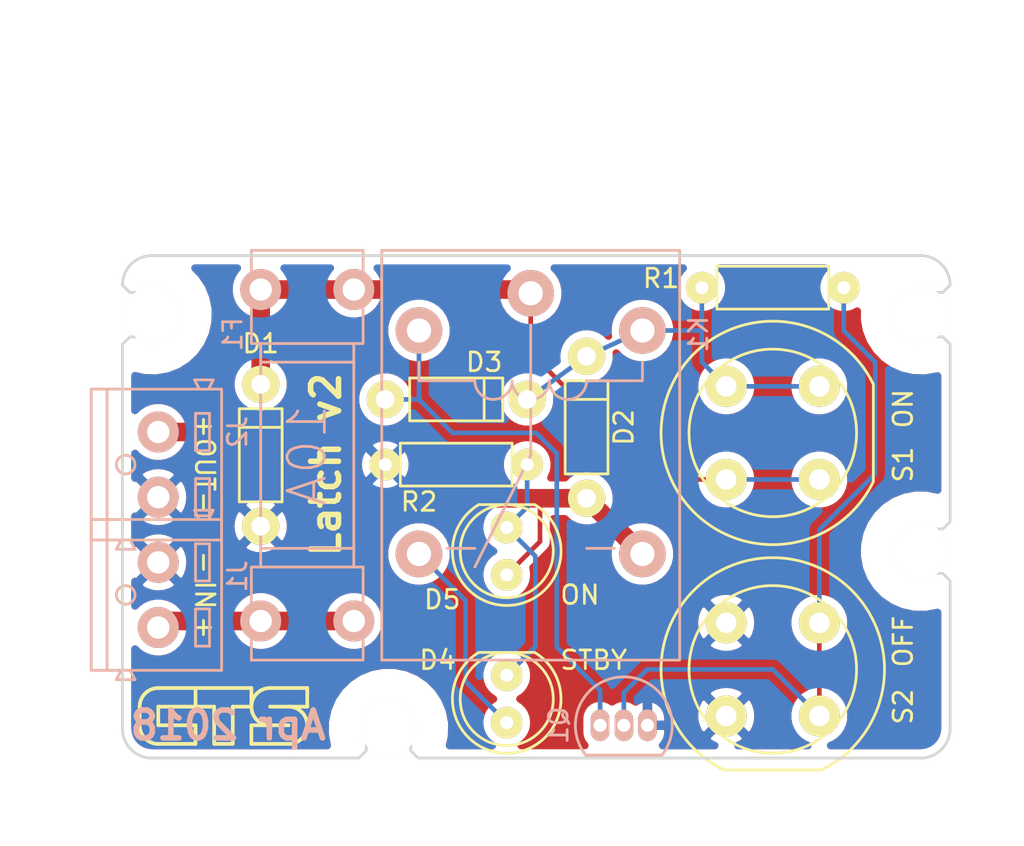
<source format=kicad_pcb>
(kicad_pcb (version 4) (host pcbnew "(2015-08-26 BZR 6129, Git 2e41367)-product")

  (general
    (links 29)
    (no_connects 0)
    (area -35.000001 -22.300001 9.600001 4.837501)
    (thickness 1.6)
    (drawings 62)
    (tracks 52)
    (zones 0)
    (modules 18)
    (nets 10)
  )

  (page A4)
  (layers
    (0 F.Cu signal)
    (31 B.Cu signal)
    (32 B.Adhes user)
    (33 F.Adhes user)
    (34 B.Paste user)
    (35 F.Paste user)
    (36 B.SilkS user)
    (37 F.SilkS user)
    (38 B.Mask user)
    (39 F.Mask user)
    (40 Dwgs.User user)
    (41 Cmts.User user)
    (42 Eco1.User user)
    (43 Eco2.User user)
    (44 Edge.Cuts user)
    (45 Margin user)
    (46 B.CrtYd user)
    (47 F.CrtYd user)
    (48 B.Fab user)
    (49 F.Fab user)
  )

  (setup
    (last_trace_width 0.25)
    (trace_clearance 0.2)
    (zone_clearance 0.4)
    (zone_45_only no)
    (trace_min 0.2)
    (segment_width 0.2)
    (edge_width 0.15)
    (via_size 0.6)
    (via_drill 0.4)
    (via_min_size 0.4)
    (via_min_drill 0.3)
    (uvia_size 0.3)
    (uvia_drill 0.1)
    (uvias_allowed no)
    (uvia_min_size 0.2)
    (uvia_min_drill 0.1)
    (pcb_text_width 0.3)
    (pcb_text_size 1.5 1.5)
    (mod_edge_width 0.15)
    (mod_text_size 1 1)
    (mod_text_width 0.15)
    (pad_size 1.524 1.524)
    (pad_drill 0.762)
    (pad_to_mask_clearance 0.2)
    (aux_axis_origin 0 0)
    (visible_elements 7FFFFFFF)
    (pcbplotparams
      (layerselection 0x00030_80000001)
      (usegerberextensions false)
      (excludeedgelayer true)
      (linewidth 0.100000)
      (plotframeref false)
      (viasonmask false)
      (mode 1)
      (useauxorigin false)
      (hpglpennumber 1)
      (hpglpenspeed 20)
      (hpglpendiameter 15)
      (hpglpenoverlay 2)
      (psnegative false)
      (psa4output false)
      (plotreference true)
      (plotvalue true)
      (plotinvisibletext false)
      (padsonsilk false)
      (subtractmaskfromsilk false)
      (outputformat 1)
      (mirror false)
      (drillshape 1)
      (scaleselection 1)
      (outputdirectory ""))
  )

  (net 0 "")
  (net 1 GND)
  (net 2 "Net-(F1-Pad1)")
  (net 3 /INPUT)
  (net 4 /COIL+)
  (net 5 /OUTPUT)
  (net 6 "Net-(D3-Pad2)")
  (net 7 /STANDBY)
  (net 8 "Net-(Q1-Pad2)")
  (net 9 "Net-(D4-Pad1)")

  (net_class Default "This is the default net class."
    (clearance 0.2)
    (trace_width 0.25)
    (via_dia 0.6)
    (via_drill 0.4)
    (uvia_dia 0.3)
    (uvia_drill 0.1)
    (add_net /COIL+)
    (add_net /INPUT)
    (add_net /STANDBY)
    (add_net GND)
    (add_net "Net-(D3-Pad2)")
    (add_net "Net-(D4-Pad1)")
    (add_net "Net-(Q1-Pad2)")
  )

  (net_class Power ""
    (clearance 0.2)
    (trace_width 1)
    (via_dia 0.6)
    (via_drill 0.4)
    (uvia_dia 0.3)
    (uvia_drill 0.1)
    (add_net /OUTPUT)
    (add_net "Net-(F1-Pad1)")
  )

  (module Custom_Library:DIODE_Rectifier_1A (layer F.Cu) (tedit 59FE4DDC) (tstamp 5A5F210E)
    (at -10 -13 270)
    (path /5A5EBCCB)
    (fp_text reference D2 (at 0 -2 270) (layer F.SilkS)
      (effects (font (size 1 1) (thickness 0.15)))
    )
    (fp_text value 1N5817 (at 0 0 270) (layer F.Fab)
      (effects (font (size 1 1) (thickness 0.15)))
    )
    (fp_line (start -1.5 1.15) (end -1.5 -1.15) (layer F.SilkS) (width 0.15))
    (fp_line (start -2.5 -1.15) (end 2.5 -1.15) (layer F.SilkS) (width 0.15))
    (fp_line (start 2.5 -1.15) (end 2.5 1.15) (layer F.SilkS) (width 0.15))
    (fp_line (start 2.5 1.15) (end -2.5 1.15) (layer F.SilkS) (width 0.15))
    (fp_line (start -2.5 1.15) (end -2.5 -1.15) (layer F.SilkS) (width 0.15))
    (pad 1 thru_hole circle (at -3.81 0 270) (size 2 2) (drill 1) (layers *.Cu *.Mask F.SilkS)
      (net 4 /COIL+))
    (pad 2 thru_hole circle (at 3.81 0 270) (size 2 2) (drill 1) (layers *.Cu *.Mask F.SilkS)
      (net 5 /OUTPUT))
  )

  (module Custom_Library:DIODE_Rectifier_1A (layer F.Cu) (tedit 5ADB8BE7) (tstamp 5A5F2119)
    (at -17 -14.5 180)
    (path /5A5EB9BE)
    (fp_text reference D3 (at -1.5 2 180) (layer F.SilkS)
      (effects (font (size 1 1) (thickness 0.15)))
    )
    (fp_text value 1N4001 (at 0 0 180) (layer F.Fab)
      (effects (font (size 1 1) (thickness 0.15)))
    )
    (fp_line (start -1.5 1.15) (end -1.5 -1.15) (layer F.SilkS) (width 0.15))
    (fp_line (start -2.5 -1.15) (end 2.5 -1.15) (layer F.SilkS) (width 0.15))
    (fp_line (start 2.5 -1.15) (end 2.5 1.15) (layer F.SilkS) (width 0.15))
    (fp_line (start 2.5 1.15) (end -2.5 1.15) (layer F.SilkS) (width 0.15))
    (fp_line (start -2.5 1.15) (end -2.5 -1.15) (layer F.SilkS) (width 0.15))
    (pad 1 thru_hole circle (at -3.81 0 180) (size 2 2) (drill 1) (layers *.Cu *.Mask F.SilkS)
      (net 4 /COIL+))
    (pad 2 thru_hole circle (at 3.81 0 180) (size 2 2) (drill 1) (layers *.Cu *.Mask F.SilkS)
      (net 6 "Net-(D3-Pad2)"))
  )

  (module Custom_Library:LED_5mm (layer F.Cu) (tedit 5ADB8F8F) (tstamp 5A5F2122)
    (at -14.2875 1.5875 270)
    (path /5A5EB563)
    (fp_text reference D4 (at -2.0875 3.7125 360) (layer F.SilkS)
      (effects (font (size 1 1) (thickness 0.15)))
    )
    (fp_text value RED (at 0 2 270) (layer F.Fab)
      (effects (font (size 1 1) (thickness 0.15)))
    )
    (fp_circle (center 0 0) (end 2.5 0) (layer F.SilkS) (width 0.15))
    (fp_line (start -2.5 -1.5) (end -2.5 1.5) (layer F.SilkS) (width 0.15))
    (fp_arc (start 0 0) (end -2.5 -1.5) (angle 298) (layer F.SilkS) (width 0.15))
    (pad 1 thru_hole circle (at -1.27 0 270) (size 1.7 1.7) (drill 0.7) (layers *.Cu *.Mask F.SilkS)
      (net 9 "Net-(D4-Pad1)"))
    (pad 2 thru_hole circle (at 1.27 0 270) (size 1.7 1.7) (drill 0.7) (layers *.Cu *.Mask F.SilkS)
      (net 7 /STANDBY))
  )

  (module Custom_Library:LED_5mm (layer F.Cu) (tedit 5ADB8F99) (tstamp 5A5F212B)
    (at -14.2875 -6.35 270)
    (path /5A5EB5BE)
    (fp_text reference D5 (at 2.6 3.4625 360) (layer F.SilkS)
      (effects (font (size 1 1) (thickness 0.15)))
    )
    (fp_text value GREEN (at 0 2 270) (layer F.Fab)
      (effects (font (size 1 1) (thickness 0.15)))
    )
    (fp_circle (center 0 0) (end 2.5 0) (layer F.SilkS) (width 0.15))
    (fp_line (start -2.5 -1.5) (end -2.5 1.5) (layer F.SilkS) (width 0.15))
    (fp_arc (start 0 0) (end -2.5 -1.5) (angle 298) (layer F.SilkS) (width 0.15))
    (pad 1 thru_hole circle (at -1.27 0 270) (size 1.7 1.7) (drill 0.7) (layers *.Cu *.Mask F.SilkS)
      (net 9 "Net-(D4-Pad1)"))
    (pad 2 thru_hole circle (at 1.27 0 270) (size 1.7 1.7) (drill 0.7) (layers *.Cu *.Mask F.SilkS)
      (net 5 /OUTPUT))
  )

  (module Custom_Library:FUSE_Clips_20mm (layer B.Cu) (tedit 5ADB8D99) (tstamp 5A5F213F)
    (at -25 -11.5 90)
    (path /5A5EB6EB)
    (fp_text reference F1 (at 6.5 -4 90) (layer B.SilkS)
      (effects (font (size 1 1) (thickness 0.15)) (justify mirror))
    )
    (fp_text value 10A (at 0 0 90) (layer B.SilkS)
      (effects (font (size 2 2) (thickness 0.15)) (justify mirror))
    )
    (fp_line (start 5 2.5) (end 5 -2.5) (layer B.SilkS) (width 0.15))
    (fp_line (start -5 -2.5) (end -5 2.5) (layer B.SilkS) (width 0.15))
    (fp_line (start -6 -2.5) (end 6 -2.5) (layer B.SilkS) (width 0.15))
    (fp_line (start -6 2.5) (end 6 2.5) (layer B.SilkS) (width 0.15))
    (fp_line (start 11 3) (end 6 3) (layer B.SilkS) (width 0.15))
    (fp_line (start 6 3) (end 6 -3) (layer B.SilkS) (width 0.15))
    (fp_line (start 6 -3) (end 11 -3) (layer B.SilkS) (width 0.15))
    (fp_line (start -11 3) (end -6 3) (layer B.SilkS) (width 0.15))
    (fp_line (start -6 3) (end -6 -3) (layer B.SilkS) (width 0.15))
    (fp_line (start -6 -3) (end -11 -3) (layer B.SilkS) (width 0.15))
    (fp_line (start 11 3) (end 11 -3) (layer B.SilkS) (width 0.15))
    (fp_line (start -11 -3) (end -11 3) (layer B.SilkS) (width 0.15))
    (pad 1 thru_hole circle (at -8.9 2.5 90) (size 2.2 2.2) (drill 1.2) (layers *.Cu *.Mask B.SilkS)
      (net 2 "Net-(F1-Pad1)"))
    (pad 2 thru_hole circle (at 8.9 2.5 90) (size 2.2 2.2) (drill 1.2) (layers *.Cu *.Mask B.SilkS)
      (net 3 /INPUT))
    (pad 1 thru_hole circle (at -8.9 -2.5 90) (size 2.2 2.2) (drill 1.2) (layers *.Cu *.Mask B.SilkS)
      (net 2 "Net-(F1-Pad1)"))
    (pad 2 thru_hole circle (at 8.9 -2.5 90) (size 2.2 2.2) (drill 1.2) (layers *.Cu *.Mask B.SilkS)
      (net 3 /INPUT))
  )

  (module Custom_Library:M3_Isolated (layer F.Cu) (tedit 58DFC21C) (tstamp 5A5F2144)
    (at 7.9375 -19.05)
    (path /5A5ED0A5)
    (fp_text reference H1 (at 0 -0.5) (layer F.Fab) hide
      (effects (font (size 0.5 0.5) (thickness 0.1)))
    )
    (fp_text value M3 (at 0 0.5) (layer F.Fab) hide
      (effects (font (size 0.5 0.5) (thickness 0.1)))
    )
    (pad "" np_thru_hole circle (at 0 0) (size 3 3) (drill 3) (layers *.Cu *.Mask F.SilkS)
      (solder_mask_margin 1.5) (clearance 1.7))
  )

  (module Custom_Library:M3_Isolated (layer F.Cu) (tedit 58DFC21C) (tstamp 5A5F2149)
    (at -20.6375 3.175)
    (path /5A5ED1DD)
    (fp_text reference H2 (at 0 -0.5) (layer F.Fab) hide
      (effects (font (size 0.5 0.5) (thickness 0.1)))
    )
    (fp_text value M3 (at 0 0.5) (layer F.Fab) hide
      (effects (font (size 0.5 0.5) (thickness 0.1)))
    )
    (pad "" np_thru_hole circle (at 0 0) (size 3 3) (drill 3) (layers *.Cu *.Mask F.SilkS)
      (solder_mask_margin 1.5) (clearance 1.7))
  )

  (module Custom_Library:M3_Isolated (layer F.Cu) (tedit 58DFC21C) (tstamp 5A5F214E)
    (at -33.3375 -19.05)
    (path /5A5ED21F)
    (fp_text reference H3 (at 0 -0.5) (layer F.Fab) hide
      (effects (font (size 0.5 0.5) (thickness 0.1)))
    )
    (fp_text value M3 (at 0 0.5) (layer F.Fab) hide
      (effects (font (size 0.5 0.5) (thickness 0.1)))
    )
    (pad "" np_thru_hole circle (at 0 0) (size 3 3) (drill 3) (layers *.Cu *.Mask F.SilkS)
      (solder_mask_margin 1.5) (clearance 1.7))
  )

  (module Custom_Library:M3_Isolated (layer F.Cu) (tedit 58DFC21C) (tstamp 5A5F2153)
    (at 7.9375 -6.35)
    (path /5A5ED266)
    (fp_text reference H4 (at 0 -0.5) (layer F.Fab) hide
      (effects (font (size 0.5 0.5) (thickness 0.1)))
    )
    (fp_text value M3 (at 0 0.5) (layer F.Fab) hide
      (effects (font (size 0.5 0.5) (thickness 0.1)))
    )
    (pad "" np_thru_hole circle (at 0 0) (size 3 3) (drill 3) (layers *.Cu *.Mask F.SilkS)
      (solder_mask_margin 1.5) (clearance 1.7))
  )

  (module Custom_Library:RELAY_JS1-XXV (layer B.Cu) (tedit 5ADB8DA9) (tstamp 5A5F217D)
    (at -13 -11.5 180)
    (path /5A5EB29D)
    (fp_text reference K1 (at -9 6.5 270) (layer B.SilkS)
      (effects (font (size 1 1) (thickness 0.15)) (justify mirror))
    )
    (fp_text value JS1-12V (at 0 -8 180) (layer B.Fab)
      (effects (font (size 1 1) (thickness 0.15)) (justify mirror))
    )
    (fp_arc (start -2 4) (end -1 4) (angle -180) (layer B.SilkS) (width 0.15))
    (fp_arc (start 0 4) (end 1 4) (angle -180) (layer B.SilkS) (width 0.15))
    (fp_arc (start 2 4) (end 3 4) (angle -180) (layer B.SilkS) (width 0.15))
    (fp_line (start 3 -5) (end 4.5 -5) (layer B.SilkS) (width 0.15))
    (fp_line (start -4.5 -5) (end -3 -5) (layer B.SilkS) (width 0.15))
    (fp_line (start 3 4) (end 6 4) (layer B.SilkS) (width 0.15))
    (fp_line (start 6 4) (end 6 5) (layer B.SilkS) (width 0.15))
    (fp_line (start -6 5) (end -6 4) (layer B.SilkS) (width 0.15))
    (fp_line (start -6 4) (end -3 4) (layer B.SilkS) (width 0.15))
    (fp_line (start 0 7) (end 0 0) (layer B.SilkS) (width 0.15))
    (fp_line (start 0 0) (end 3 -6) (layer B.SilkS) (width 0.15))
    (fp_line (start -8 11) (end -8 -11) (layer B.SilkS) (width 0.15))
    (fp_line (start -8 -11) (end 8 -11) (layer B.SilkS) (width 0.15))
    (fp_line (start 8 -11) (end 8 11) (layer B.SilkS) (width 0.15))
    (fp_line (start 8 11) (end -8 11) (layer B.SilkS) (width 0.15))
    (pad 1 thru_hole circle (at 0 8.7 180) (size 2.5 2.5) (drill 1.3) (layers *.Cu *.Mask B.SilkS)
      (net 3 /INPUT))
    (pad 2 thru_hole circle (at -6 6.7 180) (size 2.5 2.5) (drill 1.3) (layers *.Cu *.Mask B.SilkS)
      (net 4 /COIL+))
    (pad 3 thru_hole circle (at -6 -5.3 180) (size 2.5 2.5) (drill 1.3) (layers *.Cu *.Mask B.SilkS)
      (net 5 /OUTPUT))
    (pad 4 thru_hole circle (at 6 -5.3 180) (size 2.5 2.5) (drill 1.3) (layers *.Cu *.Mask B.SilkS)
      (net 7 /STANDBY))
    (pad 5 thru_hole circle (at 6 6.7 180) (size 2.5 2.5) (drill 1.3) (layers *.Cu *.Mask B.SilkS)
      (net 6 "Net-(D3-Pad2)"))
  )

  (module Custom_Library:R_0.25W (layer F.Cu) (tedit 5ADB8BD4) (tstamp 5A5F2187)
    (at 0 -20.5 180)
    (path /5A5FE987)
    (fp_text reference R1 (at 6 0.5 180) (layer F.SilkS)
      (effects (font (size 1 1) (thickness 0.15)))
    )
    (fp_text value 1k (at 0 0 180) (layer F.Fab)
      (effects (font (size 1 1) (thickness 0.15)))
    )
    (fp_line (start -3 -1.15) (end 3 -1.15) (layer F.SilkS) (width 0.15))
    (fp_line (start 3 -1.15) (end 3 1.15) (layer F.SilkS) (width 0.15))
    (fp_line (start 3 1.15) (end -3 1.15) (layer F.SilkS) (width 0.15))
    (fp_line (start -3 1.15) (end -3 -1.15) (layer F.SilkS) (width 0.15))
    (pad 1 thru_hole circle (at -3.81 0 180) (size 1.7 1.7) (drill 0.7) (layers *.Cu *.Mask F.SilkS)
      (net 8 "Net-(Q1-Pad2)"))
    (pad 2 thru_hole circle (at 3.81 0 180) (size 1.7 1.7) (drill 0.7) (layers *.Cu *.Mask F.SilkS)
      (net 4 /COIL+))
  )

  (module Custom_Library:R_0.25W (layer F.Cu) (tedit 5ADB8BE3) (tstamp 5A5F2191)
    (at -17 -11)
    (path /5A5EB46C)
    (fp_text reference R2 (at -2 2) (layer F.SilkS)
      (effects (font (size 1 1) (thickness 0.15)))
    )
    (fp_text value 1k (at 0 0) (layer F.Fab)
      (effects (font (size 1 1) (thickness 0.15)))
    )
    (fp_line (start -3 -1.15) (end 3 -1.15) (layer F.SilkS) (width 0.15))
    (fp_line (start 3 -1.15) (end 3 1.15) (layer F.SilkS) (width 0.15))
    (fp_line (start 3 1.15) (end -3 1.15) (layer F.SilkS) (width 0.15))
    (fp_line (start -3 1.15) (end -3 -1.15) (layer F.SilkS) (width 0.15))
    (pad 1 thru_hole circle (at -3.81 0) (size 1.7 1.7) (drill 0.7) (layers *.Cu *.Mask F.SilkS)
      (net 1 GND))
    (pad 2 thru_hole circle (at 3.81 0) (size 1.7 1.7) (drill 0.7) (layers *.Cu *.Mask F.SilkS)
      (net 9 "Net-(D4-Pad1)"))
  )

  (module Custom_Library:TO-92 (layer B.Cu) (tedit 5ADB8B31) (tstamp 5A5FF015)
    (at -8 3 180)
    (path /5A5FE71F)
    (fp_text reference Q1 (at 3.5 0 270) (layer B.SilkS)
      (effects (font (size 1 1) (thickness 0.15)) (justify mirror))
    )
    (fp_text value 2N3904 (at 0 1.5 180) (layer B.Fab)
      (effects (font (size 1 1) (thickness 0.15)) (justify mirror))
    )
    (fp_line (start 2.04939 -1.6) (end -2.04939 -1.6) (layer B.SilkS) (width 0.15))
    (fp_arc (start 0 0) (end -2.04939 -1.6) (angle -256) (layer B.SilkS) (width 0.15))
    (pad 1 thru_hole oval (at -1.27 0 180) (size 1 1.7) (drill 0.7) (layers *.Cu *.Mask B.SilkS)
      (net 1 GND))
    (pad 2 thru_hole oval (at 0 0 180) (size 1 1.7) (drill 0.7) (layers *.Cu *.Mask B.SilkS)
      (net 8 "Net-(Q1-Pad2)"))
    (pad 3 thru_hole oval (at 1.27 0 180) (size 1 1.7) (drill 0.7) (layers *.Cu *.Mask B.SilkS)
      (net 6 "Net-(D3-Pad2)"))
  )

  (module Custom_Library:Pushbutton_12mm_round (layer F.Cu) (tedit 5ADB9249) (tstamp 5A600A96)
    (at 0 -12.7 180)
    (path /5A5EBF92)
    (fp_text reference S1 (at -7 -1.7 270) (layer F.SilkS)
      (effects (font (size 1 1) (thickness 0.15)))
    )
    (fp_text value ON (at -7 1.3 270) (layer F.SilkS)
      (effects (font (size 1 1) (thickness 0.15)))
    )
    (fp_arc (start 0 0) (end -5.4 -2.615339) (angle 308.3) (layer F.SilkS) (width 0.15))
    (fp_line (start -5.4 -2.615339) (end -5.4 2.615339) (layer F.SilkS) (width 0.15))
    (fp_circle (center 0 0) (end 4.5 0) (layer F.SilkS) (width 0.15))
    (pad 1 thru_hole circle (at -2.5 -2.5 180) (size 2.2 2.2) (drill 1.1) (layers *.Cu *.Mask F.SilkS)
      (net 3 /INPUT))
    (pad 2 thru_hole circle (at -2.5 2.5 180) (size 2.2 2.2) (drill 1.1) (layers *.Cu *.Mask F.SilkS)
      (net 4 /COIL+))
    (pad 2 thru_hole circle (at 2.5 2.5 180) (size 2.2 2.2) (drill 1.1) (layers *.Cu *.Mask F.SilkS)
      (net 4 /COIL+))
    (pad 1 thru_hole circle (at 2.5 -2.5 180) (size 2.2 2.2) (drill 1.1) (layers *.Cu *.Mask F.SilkS)
      (net 3 /INPUT))
  )

  (module Custom_Library:Pushbutton_12mm_round (layer F.Cu) (tedit 5ADB9156) (tstamp 5A600AA0)
    (at 0 0 90)
    (path /5A5FE801)
    (fp_text reference S2 (at -2 7 270) (layer F.SilkS)
      (effects (font (size 1 1) (thickness 0.15)))
    )
    (fp_text value OFF (at 1.5 7 270) (layer F.SilkS)
      (effects (font (size 1 1) (thickness 0.15)))
    )
    (fp_arc (start 0 0) (end -5.4 -2.615339) (angle 308.3) (layer F.SilkS) (width 0.15))
    (fp_line (start -5.4 -2.615339) (end -5.4 2.615339) (layer F.SilkS) (width 0.15))
    (fp_circle (center 0 0) (end 4.5 0) (layer F.SilkS) (width 0.15))
    (pad 1 thru_hole circle (at -2.5 -2.5 90) (size 2.2 2.2) (drill 1.1) (layers *.Cu *.Mask F.SilkS)
      (net 1 GND))
    (pad 2 thru_hole circle (at -2.5 2.5 90) (size 2.2 2.2) (drill 1.1) (layers *.Cu *.Mask F.SilkS)
      (net 8 "Net-(Q1-Pad2)"))
    (pad 2 thru_hole circle (at 2.5 2.5 90) (size 2.2 2.2) (drill 1.1) (layers *.Cu *.Mask F.SilkS)
      (net 8 "Net-(Q1-Pad2)"))
    (pad 1 thru_hole circle (at 2.5 -2.5 90) (size 2.2 2.2) (drill 1.1) (layers *.Cu *.Mask F.SilkS)
      (net 1 GND))
  )

  (module Custom_Library:TB_01x02_3.5mm (layer B.Cu) (tedit 5ADB934C) (tstamp 5ADB3B62)
    (at -33 -11 90)
    (path /5A5EB4EE)
    (fp_text reference J2 (at 1.75 4.25 270) (layer B.SilkS)
      (effects (font (size 1 1) (thickness 0.15)) (justify mirror))
    )
    (fp_text value "12V OUT" (at 0 -4.5 90) (layer B.Fab)
      (effects (font (size 1 1) (thickness 0.15)) (justify mirror))
    )
    (fp_line (start 0.75 2.75) (end 2.75 2.75) (layer B.SilkS) (width 0.15))
    (fp_line (start 2.75 2.75) (end 2.75 2) (layer B.SilkS) (width 0.15))
    (fp_line (start 2.75 2) (end 0.75 2) (layer B.SilkS) (width 0.15))
    (fp_line (start 0.75 2) (end 0.75 2.75) (layer B.SilkS) (width 0.15))
    (fp_line (start -2.75 2.75) (end -0.75 2.75) (layer B.SilkS) (width 0.15))
    (fp_line (start -0.75 2.75) (end -0.75 2) (layer B.SilkS) (width 0.15))
    (fp_line (start -0.75 2) (end -2.75 2) (layer B.SilkS) (width 0.15))
    (fp_line (start -2.75 2) (end -2.75 2.75) (layer B.SilkS) (width 0.15))
    (fp_circle (center 0 -1.75) (end 0 -1.25) (layer B.SilkS) (width 0.15))
    (fp_line (start -4 -2.75) (end 4 -2.75) (layer B.SilkS) (width 0.15))
    (fp_line (start -4.05 -1.5) (end -4.55 -1.25) (layer B.SilkS) (width 0.15))
    (fp_line (start -4.55 -1.25) (end -4.55 -2.25) (layer B.SilkS) (width 0.15))
    (fp_line (start -4.55 -2.25) (end -4.05 -2) (layer B.SilkS) (width 0.15))
    (fp_line (start 4.05 2.7) (end 4.55 2.95) (layer B.SilkS) (width 0.15))
    (fp_line (start 4.55 2.95) (end 4.55 1.95) (layer B.SilkS) (width 0.15))
    (fp_line (start 4.55 1.95) (end 4.05 2.2) (layer B.SilkS) (width 0.15))
    (fp_line (start -4.05 3.4) (end 4.05 3.4) (layer B.SilkS) (width 0.15))
    (fp_line (start 4.05 3.4) (end 4.05 -3.6) (layer B.SilkS) (width 0.15))
    (fp_line (start 4.05 -3.6) (end -4.05 -3.6) (layer B.SilkS) (width 0.15))
    (fp_line (start -4.05 -3.6) (end -4.05 3.4) (layer B.SilkS) (width 0.15))
    (pad 1 thru_hole circle (at -1.75 0 90) (size 2.2 2.2) (drill 1.2) (layers *.Cu *.Mask B.SilkS)
      (net 1 GND))
    (pad 2 thru_hole circle (at 1.75 0 90) (size 2.2 2.2) (drill 1.2) (layers *.Cu *.Mask B.SilkS)
      (net 5 /OUTPUT))
  )

  (module Custom_Library:TB_01x02_3.5mm (layer B.Cu) (tedit 5ADB9463) (tstamp 5ADB9446)
    (at -33 -4 90)
    (path /5ADB7E80)
    (fp_text reference J1 (at 1 4.25 270) (layer B.SilkS)
      (effects (font (size 1 1) (thickness 0.15)) (justify mirror))
    )
    (fp_text value "12V IN" (at 0 -4.5 90) (layer B.Fab)
      (effects (font (size 1 1) (thickness 0.15)) (justify mirror))
    )
    (fp_line (start 0.75 2.75) (end 2.75 2.75) (layer B.SilkS) (width 0.15))
    (fp_line (start 2.75 2.75) (end 2.75 2) (layer B.SilkS) (width 0.15))
    (fp_line (start 2.75 2) (end 0.75 2) (layer B.SilkS) (width 0.15))
    (fp_line (start 0.75 2) (end 0.75 2.75) (layer B.SilkS) (width 0.15))
    (fp_line (start -2.75 2.75) (end -0.75 2.75) (layer B.SilkS) (width 0.15))
    (fp_line (start -0.75 2.75) (end -0.75 2) (layer B.SilkS) (width 0.15))
    (fp_line (start -0.75 2) (end -2.75 2) (layer B.SilkS) (width 0.15))
    (fp_line (start -2.75 2) (end -2.75 2.75) (layer B.SilkS) (width 0.15))
    (fp_circle (center 0 -1.75) (end 0 -1.25) (layer B.SilkS) (width 0.15))
    (fp_line (start -4 -2.75) (end 4 -2.75) (layer B.SilkS) (width 0.15))
    (fp_line (start -4.05 -1.5) (end -4.55 -1.25) (layer B.SilkS) (width 0.15))
    (fp_line (start -4.55 -1.25) (end -4.55 -2.25) (layer B.SilkS) (width 0.15))
    (fp_line (start -4.55 -2.25) (end -4.05 -2) (layer B.SilkS) (width 0.15))
    (fp_line (start 4.05 2.7) (end 4.55 2.95) (layer B.SilkS) (width 0.15))
    (fp_line (start 4.55 2.95) (end 4.55 1.95) (layer B.SilkS) (width 0.15))
    (fp_line (start 4.55 1.95) (end 4.05 2.2) (layer B.SilkS) (width 0.15))
    (fp_line (start -4.05 3.4) (end 4.05 3.4) (layer B.SilkS) (width 0.15))
    (fp_line (start 4.05 3.4) (end 4.05 -3.6) (layer B.SilkS) (width 0.15))
    (fp_line (start 4.05 -3.6) (end -4.05 -3.6) (layer B.SilkS) (width 0.15))
    (fp_line (start -4.05 -3.6) (end -4.05 3.4) (layer B.SilkS) (width 0.15))
    (pad 1 thru_hole circle (at -1.75 0 90) (size 2.2 2.2) (drill 1.2) (layers *.Cu *.Mask B.SilkS)
      (net 2 "Net-(F1-Pad1)"))
    (pad 2 thru_hole circle (at 1.75 0 90) (size 2.2 2.2) (drill 1.2) (layers *.Cu *.Mask B.SilkS)
      (net 1 GND))
  )

  (module Custom_Library:DIODE_Rectifier_1A (layer F.Cu) (tedit 5ADB906F) (tstamp 5ADBA359)
    (at -27.5 -11.5 270)
    (path /5A5EB93C)
    (fp_text reference D1 (at -6 0 360) (layer F.SilkS)
      (effects (font (size 1 1) (thickness 0.15)))
    )
    (fp_text value 15V (at 0 0 270) (layer F.Fab)
      (effects (font (size 1 1) (thickness 0.15)))
    )
    (fp_line (start -1.5 1.15) (end -1.5 -1.15) (layer F.SilkS) (width 0.15))
    (fp_line (start -2.5 -1.15) (end 2.5 -1.15) (layer F.SilkS) (width 0.15))
    (fp_line (start 2.5 -1.15) (end 2.5 1.15) (layer F.SilkS) (width 0.15))
    (fp_line (start 2.5 1.15) (end -2.5 1.15) (layer F.SilkS) (width 0.15))
    (fp_line (start -2.5 1.15) (end -2.5 -1.15) (layer F.SilkS) (width 0.15))
    (pad 1 thru_hole circle (at -3.81 0 270) (size 2 2) (drill 1) (layers *.Cu *.Mask F.SilkS)
      (net 3 /INPUT))
    (pad 2 thru_hole circle (at 3.81 0 270) (size 2 2) (drill 1) (layers *.Cu *.Mask F.SilkS)
      (net 1 GND))
  )

  (gr_text "Latch v2" (at -24 -11 90) (layer F.SilkS)
    (effects (font (size 1.5 1.5) (thickness 0.3)))
  )
  (gr_text "Apr 2018" (at -29.25 3) (layer B.SilkS)
    (effects (font (size 1.5 1.5) (thickness 0.3)) (justify mirror))
  )
  (gr_line (start -28 3) (end -26 3) (angle 90) (layer F.SilkS) (width 0.2))
  (gr_line (start -28 4) (end -28 3) (angle 90) (layer F.SilkS) (width 0.2))
  (gr_line (start -26 4) (end -28 4) (angle 90) (layer F.SilkS) (width 0.2))
  (gr_line (start -25 2) (end -27 2) (angle 90) (layer F.SilkS) (width 0.2))
  (gr_line (start -25 1) (end -25 2) (angle 90) (layer F.SilkS) (width 0.2))
  (gr_line (start -27 1) (end -25 1) (angle 90) (layer F.SilkS) (width 0.2))
  (gr_line (start -31 1) (end -31 2) (angle 90) (layer F.SilkS) (width 0.2))
  (gr_line (start -34 3) (end -34 2) (angle 90) (layer F.SilkS) (width 0.2))
  (gr_line (start -31 4) (end -33 4) (angle 90) (layer F.SilkS) (width 0.2))
  (gr_line (start -31 3) (end -31 4) (angle 90) (layer F.SilkS) (width 0.2))
  (gr_line (start -33 3) (end -31 3) (angle 90) (layer F.SilkS) (width 0.2))
  (gr_line (start -33 2) (end -33 3) (angle 90) (layer F.SilkS) (width 0.2))
  (gr_line (start -30 2) (end -33 2) (angle 90) (layer F.SilkS) (width 0.2))
  (gr_line (start -30 4) (end -30 2) (angle 90) (layer F.SilkS) (width 0.2))
  (gr_line (start -29 4) (end -30 4) (angle 90) (layer F.SilkS) (width 0.2))
  (gr_line (start -29 2) (end -29 4) (angle 90) (layer F.SilkS) (width 0.2))
  (gr_line (start -28 2) (end -29 2) (angle 90) (layer F.SilkS) (width 0.2))
  (gr_line (start -28 1) (end -28 2) (angle 90) (layer F.SilkS) (width 0.2))
  (gr_line (start -33 1) (end -28 1) (angle 90) (layer F.SilkS) (width 0.2))
  (gr_arc (start -27 2) (end -27 3) (angle 180) (layer F.SilkS) (width 0.2))
  (gr_arc (start -26 3) (end -26 2) (angle 180) (layer F.SilkS) (width 0.2))
  (gr_arc (start -33 3) (end -33 4) (angle 90) (layer F.SilkS) (width 0.2))
  (gr_arc (start -33 2) (end -34 2) (angle 90) (layer F.SilkS) (width 0.2))
  (gr_text - (at -30.5 -5.75 270) (layer F.SilkS) (tstamp 5ADBAC99)
    (effects (font (size 1 1) (thickness 0.15)))
  )
  (gr_text +OUT- (at -30.5 -11 270) (layer F.SilkS) (tstamp 5ADBAC92)
    (effects (font (size 1 1) (thickness 0.15)))
  )
  (gr_text + (at -30.5 -2.25 270) (layer F.SilkS) (tstamp 5ADBAC79)
    (effects (font (size 1 1) (thickness 0.15)))
  )
  (gr_text IN (at -30.5 -4 270) (layer F.SilkS)
    (effects (font (size 1 1) (thickness 0.15)))
  )
  (gr_text ON (at -11.5 -4) (layer F.SilkS) (tstamp 5ADBAA7A)
    (effects (font (size 1 1) (thickness 0.15)) (justify left))
  )
  (gr_text STBY (at -11.5 -0.5) (layer F.SilkS) (tstamp 5ADBAA6F)
    (effects (font (size 1 1) (thickness 0.15)) (justify left))
  )
  (gr_line (start 9.128125 -17.859375) (end 9.525 -17.4625) (angle 90) (layer Edge.Cuts) (width 0.15))
  (gr_line (start 7.9375 -17.859375) (end 9.128125 -17.859375) (angle 90) (layer Edge.Cuts) (width 0.15))
  (gr_line (start 7.9375 -20.240625) (end 7.9375 -17.859375) (angle 90) (layer Edge.Cuts) (width 0.15))
  (gr_line (start 9.128125 -20.240625) (end 7.9375 -20.240625) (angle 90) (layer Edge.Cuts) (width 0.15))
  (gr_line (start 9.525 -20.6375) (end 9.128125 -20.240625) (angle 90) (layer Edge.Cuts) (width 0.15))
  (gr_line (start 9.128125 -7.540625) (end 9.525 -7.9375) (angle 90) (layer Edge.Cuts) (width 0.15))
  (gr_line (start 7.9375 -7.540625) (end 9.128125 -7.540625) (angle 90) (layer Edge.Cuts) (width 0.15))
  (gr_line (start 7.9375 -5.159375) (end 7.9375 -7.540625) (angle 90) (layer Edge.Cuts) (width 0.15))
  (gr_line (start 9.128125 -5.159375) (end 7.9375 -5.159375) (angle 90) (layer Edge.Cuts) (width 0.15))
  (gr_line (start 9.525 -4.7625) (end 9.128125 -5.159375) (angle 90) (layer Edge.Cuts) (width 0.15))
  (gr_line (start -19.446875 4.365625) (end -19.05 4.7625) (angle 90) (layer Edge.Cuts) (width 0.15))
  (gr_line (start -19.446875 3.175) (end -19.446875 4.365625) (angle 90) (layer Edge.Cuts) (width 0.15))
  (gr_line (start -21.828125 3.175) (end -19.446875 3.175) (angle 90) (layer Edge.Cuts) (width 0.15))
  (gr_line (start -21.828125 4.365625) (end -21.828125 3.175) (angle 90) (layer Edge.Cuts) (width 0.15))
  (gr_line (start -22.225 4.7625) (end -21.828125 4.365625) (angle 90) (layer Edge.Cuts) (width 0.15))
  (gr_line (start -34.528125 -20.240625) (end -34.925 -20.6375) (angle 90) (layer Edge.Cuts) (width 0.15))
  (gr_line (start -33.3375 -20.240625) (end -34.528125 -20.240625) (angle 90) (layer Edge.Cuts) (width 0.15))
  (gr_line (start -33.3375 -17.859375) (end -33.3375 -20.240625) (angle 90) (layer Edge.Cuts) (width 0.15))
  (gr_line (start -34.528125 -17.859375) (end -33.3375 -17.859375) (angle 90) (layer Edge.Cuts) (width 0.15))
  (gr_line (start -34.925 -17.4625) (end -34.528125 -17.859375) (angle 90) (layer Edge.Cuts) (width 0.15))
  (gr_line (start -34.925 3.175) (end -34.925 -17.4625) (angle 90) (layer Edge.Cuts) (width 0.15))
  (gr_line (start -22.225 4.7625) (end -33.3375 4.7625) (angle 90) (layer Edge.Cuts) (width 0.15))
  (gr_line (start 7.9375 4.7625) (end -19.05 4.7625) (angle 90) (layer Edge.Cuts) (width 0.15))
  (gr_line (start 9.525 -4.7625) (end 9.525 3.175) (angle 90) (layer Edge.Cuts) (width 0.15))
  (gr_arc (start 7.9375 3.175) (end 9.525 3.175) (angle 90) (layer Edge.Cuts) (width 0.15))
  (gr_arc (start -33.3375 3.175) (end -33.3375 4.7625) (angle 90) (layer Edge.Cuts) (width 0.15))
  (gr_arc (start 7.9375 -20.6375) (end 7.9375 -22.225) (angle 90) (layer Edge.Cuts) (width 0.15))
  (gr_arc (start -33.3375 -20.6375) (end -34.925 -20.6375) (angle 90) (layer Edge.Cuts) (width 0.15))
  (gr_line (start 9.525 -7.9375) (end 9.525 -17.4625) (angle 90) (layer Edge.Cuts) (width 0.15))
  (gr_line (start -33.3375 -22.225) (end 7.9375 -22.225) (angle 90) (layer Edge.Cuts) (width 0.15))
  (gr_text "Relay h = 16 mm\nD6R button h = 12.8 mm, travel < 1.0 mm" (at -38.1 -33.3375) (layer F.Fab)
    (effects (font (size 1.5 1.5) (thickness 0.3)) (justify left))
  )

  (segment (start -27.5 -2.6) (end -32.65 -2.6) (width 1) (layer F.Cu) (net 2))
  (segment (start -32.65 -2.6) (end -33 -2.25) (width 1) (layer F.Cu) (net 2) (tstamp 5ADBAF68))
  (segment (start -22.5 -2.6) (end -27.5 -2.6) (width 1) (layer F.Cu) (net 2))
  (segment (start -2.5 -10.2) (end 2.5 -10.2) (width 0.25) (layer B.Cu) (net 3))
  (segment (start -6.2 -10.2) (end -2.5 -10.2) (width 0.25) (layer F.Cu) (net 3) (tstamp 5ADBA8C6))
  (segment (start -13 -17) (end -13 -20.2) (width 0.25) (layer F.Cu) (net 3))
  (segment (start -13 -17) (end -6.2 -10.2) (width 0.25) (layer F.Cu) (net 3) (tstamp 5ADBA8C4))
  (segment (start -22.5 -20.4) (end -13.2 -20.4) (width 1) (layer F.Cu) (net 3))
  (segment (start -13.2 -20.4) (end -13 -20.2) (width 1) (layer F.Cu) (net 3) (tstamp 5ADBA810))
  (segment (start -27.5 -20.4) (end -27.5 -15.31) (width 1) (layer F.Cu) (net 3))
  (segment (start -22.5 -20.4) (end -27.5 -20.4) (width 1) (layer F.Cu) (net 3))
  (segment (start -3.81 -16.51) (end -2.5 -15.2) (width 0.25) (layer B.Cu) (net 4) (tstamp 5ADBA96F))
  (segment (start -3.81 -18.2) (end -3.81 -16.51) (width 0.25) (layer B.Cu) (net 4) (tstamp 5ADBA975))
  (segment (start 2.5 -15.2) (end -2.5 -15.2) (width 0.25) (layer B.Cu) (net 4))
  (segment (start -7 -18.2) (end -3.81 -18.2) (width 0.25) (layer B.Cu) (net 4))
  (segment (start -3.81 -20.5) (end -3.81 -18.2) (width 0.25) (layer B.Cu) (net 4))
  (segment (start -13.19 -14.5) (end -10 -16.81) (width 0.25) (layer B.Cu) (net 4) (tstamp 5ADBA945))
  (segment (start -10 -16.81) (end -7 -18.2) (width 0.25) (layer B.Cu) (net 4) (tstamp 5ADBA948))
  (segment (start -33 -12.75) (end -28.5 -12.75) (width 1) (layer F.Cu) (net 5))
  (segment (start -28.5 -12.75) (end -24.94 -9.19) (width 1) (layer F.Cu) (net 5) (tstamp 5ADBAF72))
  (segment (start -24.94 -9.19) (end -12.5 -9.19) (width 1) (layer F.Cu) (net 5) (tstamp 5ADBAF74))
  (segment (start -12.5 -9.19) (end -12.5 -6.8675) (width 0.25) (layer F.Cu) (net 5))
  (segment (start -12.5 -6.8675) (end -14.2875 -5.08) (width 0.25) (layer F.Cu) (net 5) (tstamp 5ADBAAF2))
  (segment (start -7 -6.2) (end -7.01 -6.2) (width 1) (layer F.Cu) (net 5))
  (segment (start -7.01 -6.2) (end -10 -9.19) (width 1) (layer F.Cu) (net 5) (tstamp 5ADBA988))
  (segment (start -10 -9.19) (end -12.5 -9.19) (width 1) (layer F.Cu) (net 5))
  (segment (start -11.6 -11.6) (end -11.6 -1.2) (width 0.25) (layer B.Cu) (net 6))
  (segment (start -9.27 1.13) (end -9.27 3) (width 0.25) (layer B.Cu) (net 6) (tstamp 5ADBAAF9))
  (segment (start -11.6 -1.2) (end -9.27 1.13) (width 0.25) (layer B.Cu) (net 6) (tstamp 5ADBAAF8))
  (segment (start -11.6 -11.6) (end -12.7 -12.7) (width 0.25) (layer B.Cu) (net 6) (tstamp 5ADBAADD))
  (segment (start -17.2 -12.7) (end -19 -14.5) (width 0.25) (layer B.Cu) (net 6) (tstamp 5ADBA991))
  (segment (start -17.2 -12.7) (end -12.7 -12.7) (width 0.25) (layer B.Cu) (net 6))
  (segment (start -20.81 -14.5) (end -19 -14.5) (width 0.25) (layer B.Cu) (net 6))
  (segment (start -19 -18.2) (end -19 -14.5) (width 0.25) (layer B.Cu) (net 6))
  (segment (start -16.5 -3.7) (end -16.5 0.645) (width 0.25) (layer B.Cu) (net 7))
  (segment (start -16.5 0.645) (end -14.2875 2.8575) (width 0.25) (layer B.Cu) (net 7) (tstamp 5ADBAA0A))
  (segment (start -19 -6.2) (end -16.5 -3.7) (width 0.25) (layer B.Cu) (net 7) (tstamp 5ADBA86D))
  (segment (start 3.81 -20.5) (end 3.81 -18.19) (width 0.25) (layer B.Cu) (net 8))
  (segment (start 5.5 -10.5) (end 2.5 -7.5) (width 0.25) (layer B.Cu) (net 8) (tstamp 5ADBAED3))
  (segment (start 5.5 -16.5) (end 5.5 -10.5) (width 0.25) (layer B.Cu) (net 8) (tstamp 5ADBAED1))
  (segment (start 3.81 -18.19) (end 5.5 -16.5) (width 0.25) (layer B.Cu) (net 8) (tstamp 5ADBAECF))
  (segment (start -6.75 0) (end 0 0) (width 0.25) (layer B.Cu) (net 8))
  (segment (start 0 0) (end 2.5 2.5) (width 0.25) (layer B.Cu) (net 8) (tstamp 5ADBAEC9))
  (segment (start -8 3) (end -8 1.25) (width 0.25) (layer B.Cu) (net 8))
  (segment (start -8 1.25) (end -6.75 0) (width 0.25) (layer B.Cu) (net 8) (tstamp 5ADBAEC2))
  (segment (start 2.5 2.5) (end 2.5 -2.5) (width 0.25) (layer F.Cu) (net 8))
  (segment (start 2.5 -2.5) (end 2.5 -7.5) (width 0.25) (layer B.Cu) (net 8))
  (segment (start -14.2875 0.3175) (end -12.75 -1.22) (width 0.25) (layer B.Cu) (net 9))
  (segment (start -12.75 -6.0825) (end -14.2875 -7.62) (width 0.25) (layer B.Cu) (net 9) (tstamp 5ADBAAEC))
  (segment (start -12.75 -1.22) (end -12.75 -6.0825) (width 0.25) (layer B.Cu) (net 9) (tstamp 5ADBAAEA))
  (segment (start -13.19 -11) (end -13.19 -8.7175) (width 0.25) (layer B.Cu) (net 9))
  (segment (start -13.19 -8.7175) (end -14.2875 -7.62) (width 0.25) (layer B.Cu) (net 9) (tstamp 5ADBA9FD))

  (zone (net 1) (net_name GND) (layer F.Cu) (tstamp 5ADBA82E) (hatch edge 0.508)
    (connect_pads (clearance 0.4))
    (min_thickness 0.4)
    (fill yes (arc_segments 32) (thermal_gap 0.4) (thermal_bridge_width 0.5))
    (polygon
      (pts
        (xy -39 -25.5) (xy 13.5 -25.5) (xy 13.5 9.5) (xy -39 9.5)
      )
    )
    (filled_polygon
      (pts
        (xy -28.808577 -21.498027) (xy -28.99693 -21.222944) (xy -29.128265 -20.916516) (xy -29.19758 -20.590414) (xy -29.202235 -20.257059)
        (xy -29.142052 -19.929149) (xy -29.019324 -19.619173) (xy -28.838726 -19.338939) (xy -28.607135 -19.09912) (xy -28.6 -19.094161)
        (xy -28.6 -16.472311) (xy -28.731602 -16.343437) (xy -28.908875 -16.084536) (xy -29.032485 -15.796133) (xy -29.097722 -15.489213)
        (xy -29.102103 -15.175468) (xy -29.045461 -14.866846) (xy -28.929952 -14.575104) (xy -28.759977 -14.311355) (xy -28.54201 -14.085643)
        (xy -28.284352 -13.906567) (xy -27.99682 -13.780946) (xy -27.690363 -13.713568) (xy -27.376656 -13.706996) (xy -27.067646 -13.761483)
        (xy -26.775105 -13.874952) (xy -26.510175 -14.043082) (xy -26.282947 -14.259468) (xy -26.208173 -14.365468) (xy -22.412103 -14.365468)
        (xy -22.355461 -14.056846) (xy -22.239952 -13.765104) (xy -22.069977 -13.501355) (xy -21.85201 -13.275643) (xy -21.594352 -13.096567)
        (xy -21.30682 -12.970946) (xy -21.000363 -12.903568) (xy -20.686656 -12.896996) (xy -20.377646 -12.951483) (xy -20.085105 -13.064952)
        (xy -19.820175 -13.233082) (xy -19.592947 -13.449468) (xy -19.412076 -13.705869) (xy -19.284452 -13.992518) (xy -19.214936 -14.298496)
        (xy -19.209931 -14.656888) (xy -19.270877 -14.964689) (xy -19.390448 -15.254789) (xy -19.564089 -15.51614) (xy -19.785187 -15.738787)
        (xy -20.045319 -15.914248) (xy -20.334578 -16.035841) (xy -20.641945 -16.098935) (xy -20.955714 -16.101125) (xy -21.263932 -16.042329)
        (xy -21.55486 -15.924787) (xy -21.817417 -15.752974) (xy -22.041602 -15.533437) (xy -22.218875 -15.274536) (xy -22.342485 -14.986133)
        (xy -22.407722 -14.679213) (xy -22.412103 -14.365468) (xy -26.208173 -14.365468) (xy -26.102076 -14.515869) (xy -25.974452 -14.802518)
        (xy -25.904936 -15.108496) (xy -25.899931 -15.466888) (xy -25.960877 -15.774689) (xy -26.080448 -16.064789) (xy -26.254089 -16.32614)
        (xy -26.4 -16.473073) (xy -26.4 -19.099906) (xy -26.206881 -19.28381) (xy -26.19546 -19.3) (xy -23.801123 -19.3)
        (xy -23.607135 -19.09912) (xy -23.333375 -18.908852) (xy -23.027871 -18.775381) (xy -22.702261 -18.703791) (xy -22.368947 -18.696809)
        (xy -22.040624 -18.754701) (xy -21.729799 -18.875262) (xy -21.448311 -19.0539) (xy -21.206881 -19.28381) (xy -21.19546 -19.3)
        (xy -20.489026 -19.3) (xy -20.629011 -19.095556) (xy -20.771935 -18.762091) (xy -20.847366 -18.407215) (xy -20.852431 -18.044447)
        (xy -20.786938 -17.687604) (xy -20.653381 -17.350277) (xy -20.456848 -17.045317) (xy -20.204823 -16.784338) (xy -19.906907 -16.577281)
        (xy -19.574447 -16.432033) (xy -19.220107 -16.354126) (xy -18.857383 -16.346528) (xy -18.500091 -16.409528) (xy -18.161841 -16.540727)
        (xy -17.855515 -16.735127) (xy -17.592783 -16.985323) (xy -17.383652 -17.281786) (xy -17.236086 -17.613224) (xy -17.155707 -17.967012)
        (xy -17.149921 -18.381402) (xy -17.22039 -18.737296) (xy -17.358644 -19.072725) (xy -17.509645 -19.3) (xy -14.62098 -19.3)
        (xy -14.456848 -19.045317) (xy -14.204823 -18.784338) (xy -13.906907 -18.577281) (xy -13.725 -18.497808) (xy -13.725 -17)
        (xy -13.71847 -16.9334) (xy -13.712628 -16.866635) (xy -13.711564 -16.862972) (xy -13.711192 -16.85918) (xy -13.691838 -16.795077)
        (xy -13.673152 -16.730758) (xy -13.671398 -16.727374) (xy -13.670296 -16.723724) (xy -13.638842 -16.664568) (xy -13.608036 -16.605137)
        (xy -13.605659 -16.602159) (xy -13.603868 -16.598791) (xy -13.5615 -16.546843) (xy -13.51976 -16.494556) (xy -13.514534 -16.489256)
        (xy -13.514439 -16.48914) (xy -13.514331 -16.489051) (xy -13.512652 -16.487348) (xy -13.124958 -16.099654) (xy -13.335714 -16.101125)
        (xy -13.643932 -16.042329) (xy -13.93486 -15.924787) (xy -14.197417 -15.752974) (xy -14.421602 -15.533437) (xy -14.598875 -15.274536)
        (xy -14.722485 -14.986133) (xy -14.787722 -14.679213) (xy -14.792103 -14.365468) (xy -14.735461 -14.056846) (xy -14.619952 -13.765104)
        (xy -14.449977 -13.501355) (xy -14.23201 -13.275643) (xy -13.974352 -13.096567) (xy -13.68682 -12.970946) (xy -13.380363 -12.903568)
        (xy -13.066656 -12.896996) (xy -12.757646 -12.951483) (xy -12.465105 -13.064952) (xy -12.200175 -13.233082) (xy -11.972947 -13.449468)
        (xy -11.792076 -13.705869) (xy -11.664452 -13.992518) (xy -11.594936 -14.298496) (xy -11.591202 -14.565897) (xy -6.712653 -9.687348)
        (xy -6.660926 -9.64486) (xy -6.609601 -9.601793) (xy -6.606258 -9.599955) (xy -6.603314 -9.597537) (xy -6.544332 -9.565911)
        (xy -6.485608 -9.533627) (xy -6.481972 -9.532474) (xy -6.478614 -9.530673) (xy -6.414566 -9.511091) (xy -6.350736 -9.490843)
        (xy -6.34695 -9.490418) (xy -6.343302 -9.489303) (xy -6.276619 -9.48253) (xy -6.210123 -9.475071) (xy -6.202676 -9.475019)
        (xy -6.202531 -9.475004) (xy -6.202396 -9.475017) (xy -6.2 -9.475) (xy -4.041427 -9.475) (xy -4.019324 -9.419173)
        (xy -3.838726 -9.138939) (xy -3.607135 -8.89912) (xy -3.333375 -8.708852) (xy -3.027871 -8.575381) (xy -2.702261 -8.503791)
        (xy -2.368947 -8.496809) (xy -2.040624 -8.554701) (xy -1.729799 -8.675262) (xy -1.448311 -8.8539) (xy -1.206881 -9.08381)
        (xy -1.014706 -9.356236) (xy -0.879105 -9.6608) (xy -0.805244 -9.985903) (xy -0.804251 -10.057059) (xy 0.797765 -10.057059)
        (xy 0.857948 -9.729149) (xy 0.980676 -9.419173) (xy 1.161274 -9.138939) (xy 1.392865 -8.89912) (xy 1.666625 -8.708852)
        (xy 1.972129 -8.575381) (xy 2.297739 -8.503791) (xy 2.631053 -8.496809) (xy 2.959376 -8.554701) (xy 3.270201 -8.675262)
        (xy 3.551689 -8.8539) (xy 3.793119 -9.08381) (xy 3.985294 -9.356236) (xy 4.120895 -9.6608) (xy 4.194756 -9.985903)
        (xy 4.200073 -10.366694) (xy 4.135318 -10.693732) (xy 4.008274 -11.001964) (xy 3.82378 -11.279649) (xy 3.588864 -11.516211)
        (xy 3.312474 -11.702639) (xy 3.005136 -11.831831) (xy 2.678558 -11.898868) (xy 2.345179 -11.901196) (xy 2.017697 -11.838725)
        (xy 1.708586 -11.713836) (xy 1.429619 -11.531285) (xy 1.191423 -11.298027) (xy 1.00307 -11.022944) (xy 0.871735 -10.716516)
        (xy 0.80242 -10.390414) (xy 0.797765 -10.057059) (xy -0.804251 -10.057059) (xy -0.799927 -10.366694) (xy -0.864682 -10.693732)
        (xy -0.991726 -11.001964) (xy -1.17622 -11.279649) (xy -1.411136 -11.516211) (xy -1.687526 -11.702639) (xy -1.994864 -11.831831)
        (xy -2.321442 -11.898868) (xy -2.654821 -11.901196) (xy -2.982303 -11.838725) (xy -3.291414 -11.713836) (xy -3.570381 -11.531285)
        (xy -3.808577 -11.298027) (xy -3.99693 -11.022944) (xy -4.038909 -10.925) (xy -5.899695 -10.925) (xy -10.031754 -15.057059)
        (xy -4.202235 -15.057059) (xy -4.142052 -14.729149) (xy -4.019324 -14.419173) (xy -3.838726 -14.138939) (xy -3.607135 -13.89912)
        (xy -3.333375 -13.708852) (xy -3.027871 -13.575381) (xy -2.702261 -13.503791) (xy -2.368947 -13.496809) (xy -2.040624 -13.554701)
        (xy -1.729799 -13.675262) (xy -1.448311 -13.8539) (xy -1.206881 -14.08381) (xy -1.014706 -14.356236) (xy -0.879105 -14.6608)
        (xy -0.805244 -14.985903) (xy -0.804251 -15.057059) (xy 0.797765 -15.057059) (xy 0.857948 -14.729149) (xy 0.980676 -14.419173)
        (xy 1.161274 -14.138939) (xy 1.392865 -13.89912) (xy 1.666625 -13.708852) (xy 1.972129 -13.575381) (xy 2.297739 -13.503791)
        (xy 2.631053 -13.496809) (xy 2.959376 -13.554701) (xy 3.270201 -13.675262) (xy 3.551689 -13.8539) (xy 3.793119 -14.08381)
        (xy 3.985294 -14.356236) (xy 4.120895 -14.6608) (xy 4.194756 -14.985903) (xy 4.200073 -15.366694) (xy 4.135318 -15.693732)
        (xy 4.008274 -16.001964) (xy 3.82378 -16.279649) (xy 3.588864 -16.516211) (xy 3.312474 -16.702639) (xy 3.005136 -16.831831)
        (xy 2.678558 -16.898868) (xy 2.345179 -16.901196) (xy 2.017697 -16.838725) (xy 1.708586 -16.713836) (xy 1.429619 -16.531285)
        (xy 1.191423 -16.298027) (xy 1.00307 -16.022944) (xy 0.871735 -15.716516) (xy 0.80242 -15.390414) (xy 0.797765 -15.057059)
        (xy -0.804251 -15.057059) (xy -0.799927 -15.366694) (xy -0.864682 -15.693732) (xy -0.991726 -16.001964) (xy -1.17622 -16.279649)
        (xy -1.411136 -16.516211) (xy -1.687526 -16.702639) (xy -1.994864 -16.831831) (xy -2.321442 -16.898868) (xy -2.654821 -16.901196)
        (xy -2.982303 -16.838725) (xy -3.291414 -16.713836) (xy -3.570381 -16.531285) (xy -3.808577 -16.298027) (xy -3.99693 -16.022944)
        (xy -4.128265 -15.716516) (xy -4.19758 -15.390414) (xy -4.202235 -15.057059) (xy -10.031754 -15.057059) (xy -10.188219 -15.213523)
        (xy -9.876656 -15.206996) (xy -9.567646 -15.261483) (xy -9.275105 -15.374952) (xy -9.010175 -15.543082) (xy -8.782947 -15.759468)
        (xy -8.602076 -16.015869) (xy -8.474452 -16.302518) (xy -8.404936 -16.608496) (xy -8.399931 -16.966888) (xy -8.404785 -16.991405)
        (xy -8.204823 -16.784338) (xy -7.906907 -16.577281) (xy -7.574447 -16.432033) (xy -7.220107 -16.354126) (xy -6.857383 -16.346528)
        (xy -6.500091 -16.409528) (xy -6.161841 -16.540727) (xy -5.855515 -16.735127) (xy -5.592783 -16.985323) (xy -5.383652 -17.281786)
        (xy -5.236086 -17.613224) (xy -5.155707 -17.967012) (xy -5.149921 -18.381402) (xy -5.22039 -18.737296) (xy -5.358644 -19.072725)
        (xy -5.559416 -19.374912) (xy -5.81506 -19.632346) (xy -6.115838 -19.835224) (xy -6.450293 -19.975816) (xy -6.805687 -20.048767)
        (xy -7.168482 -20.0513) (xy -7.524859 -19.983318) (xy -7.861245 -19.847409) (xy -8.164826 -19.648751) (xy -8.424039 -19.394911)
        (xy -8.629011 -19.095556) (xy -8.771935 -18.762091) (xy -8.847366 -18.407215) (xy -8.852431 -18.044447) (xy -8.825576 -17.898128)
        (xy -8.975187 -18.048787) (xy -9.235319 -18.224248) (xy -9.524578 -18.345841) (xy -9.831945 -18.408935) (xy -10.145714 -18.411125)
        (xy -10.453932 -18.352329) (xy -10.74486 -18.234787) (xy -11.007417 -18.062974) (xy -11.231602 -17.843437) (xy -11.408875 -17.584536)
        (xy -11.532485 -17.296133) (xy -11.597722 -16.989213) (xy -11.602103 -16.675468) (xy -11.5913 -16.616604) (xy -12.275 -17.300304)
        (xy -12.275 -18.496835) (xy -12.161841 -18.540727) (xy -11.855515 -18.735127) (xy -11.592783 -18.985323) (xy -11.383652 -19.281786)
        (xy -11.236086 -19.613224) (xy -11.155707 -19.967012) (xy -11.149921 -20.381402) (xy -11.22039 -20.737296) (xy -11.358644 -21.072725)
        (xy -11.559416 -21.374912) (xy -11.733287 -21.55) (xy -4.81029 -21.55) (xy -4.926139 -21.436552) (xy -5.086793 -21.201923)
        (xy -5.198814 -20.940558) (xy -5.257936 -20.662412) (xy -5.261906 -20.37808) (xy -5.210574 -20.098392) (xy -5.105894 -19.834001)
        (xy -4.951854 -19.594978) (xy -4.754321 -19.390427) (xy -4.520819 -19.228139) (xy -4.260243 -19.114295) (xy -3.982516 -19.053233)
        (xy -3.698219 -19.047278) (xy -3.41818 -19.096657) (xy -3.153064 -19.199488) (xy -2.912971 -19.351856) (xy -2.707046 -19.547956)
        (xy -2.543132 -19.780319) (xy -2.427472 -20.040094) (xy -2.364473 -20.317387) (xy -2.359938 -20.64218) (xy -2.41517 -20.921124)
        (xy -2.523531 -21.184028) (xy -2.680893 -21.420877) (xy -2.809118 -21.55) (xy 2.80971 -21.55) (xy 2.693861 -21.436552)
        (xy 2.533207 -21.201923) (xy 2.421186 -20.940558) (xy 2.362064 -20.662412) (xy 2.358094 -20.37808) (xy 2.409426 -20.098392)
        (xy 2.514106 -19.834001) (xy 2.668146 -19.594978) (xy 2.865679 -19.390427) (xy 3.099181 -19.228139) (xy 3.359757 -19.114295)
        (xy 3.637484 -19.053233) (xy 3.921781 -19.047278) (xy 4.20182 -19.096657) (xy 4.466936 -19.199488) (xy 4.539756 -19.245701)
        (xy 4.533031 -18.764119) (xy 4.653397 -18.108298) (xy 4.898853 -17.488347) (xy 5.26005 -16.927879) (xy 5.72323 -16.448242)
        (xy 6.270751 -16.067704) (xy 6.881759 -15.800762) (xy 7.532979 -15.657582) (xy 8.199607 -15.643618) (xy 8.85 -15.7583)
        (xy 8.85 -9.633732) (xy 8.294616 -9.747735) (xy 7.627858 -9.75239) (xy 6.972894 -9.627449) (xy 6.354672 -9.377671)
        (xy 5.796739 -9.01257) (xy 5.320347 -8.546052) (xy 4.943641 -7.995888) (xy 4.680971 -7.383032) (xy 4.542341 -6.730828)
        (xy 4.533031 -6.064119) (xy 4.653397 -5.408298) (xy 4.898853 -4.788347) (xy 5.26005 -4.227879) (xy 5.72323 -3.748242)
        (xy 6.270751 -3.367704) (xy 6.881759 -3.100762) (xy 7.532979 -2.957582) (xy 8.199607 -2.943618) (xy 8.85 -3.0583)
        (xy 8.85 3.141991) (xy 8.829447 3.351608) (xy 8.778155 3.521495) (xy 8.694845 3.678178) (xy 8.582686 3.815699)
        (xy 8.445952 3.928814) (xy 8.289852 4.013217) (xy 8.120331 4.065692) (xy 7.912841 4.0875) (xy 3.108391 4.0875)
        (xy 3.270201 4.024738) (xy 3.551689 3.8461) (xy 3.793119 3.61619) (xy 3.985294 3.343764) (xy 4.120895 3.0392)
        (xy 4.194756 2.714097) (xy 4.200073 2.333306) (xy 4.135318 2.006268) (xy 4.008274 1.698036) (xy 3.82378 1.420351)
        (xy 3.588864 1.183789) (xy 3.312474 0.997361) (xy 3.225 0.960591) (xy 3.225 -0.95773) (xy 3.270201 -0.975262)
        (xy 3.551689 -1.1539) (xy 3.793119 -1.38381) (xy 3.985294 -1.656236) (xy 4.120895 -1.9608) (xy 4.194756 -2.285903)
        (xy 4.200073 -2.666694) (xy 4.135318 -2.993732) (xy 4.008274 -3.301964) (xy 3.82378 -3.579649) (xy 3.588864 -3.816211)
        (xy 3.312474 -4.002639) (xy 3.005136 -4.131831) (xy 2.678558 -4.198868) (xy 2.345179 -4.201196) (xy 2.017697 -4.138725)
        (xy 1.708586 -4.013836) (xy 1.429619 -3.831285) (xy 1.191423 -3.598027) (xy 1.00307 -3.322944) (xy 0.871735 -3.016516)
        (xy 0.80242 -2.690414) (xy 0.797765 -2.357059) (xy 0.857948 -2.029149) (xy 0.980676 -1.719173) (xy 1.161274 -1.438939)
        (xy 1.392865 -1.19912) (xy 1.666625 -1.008852) (xy 1.775 -0.961504) (xy 1.775 0.959331) (xy 1.708586 0.986164)
        (xy 1.429619 1.168715) (xy 1.191423 1.401973) (xy 1.00307 1.677056) (xy 0.871735 1.983484) (xy 0.80242 2.309586)
        (xy 0.797765 2.642941) (xy 0.857948 2.970851) (xy 0.980676 3.280827) (xy 1.161274 3.561061) (xy 1.392865 3.80088)
        (xy 1.666625 3.991148) (xy 1.887167 4.0875) (xy -1.871843 4.0875) (xy -1.862098 4.08465) (xy -1.565205 3.929753)
        (xy -1.536811 3.910781) (xy -1.43409 3.63662) (xy -2.5 2.570711) (xy -3.56591 3.63662) (xy -3.463189 3.910781)
        (xy -3.169452 4.071582) (xy -3.118805 4.0875) (xy -5.919455 4.0875) (xy -5.843162 4.002701) (xy -5.732867 3.817146)
        (xy -5.660891 3.613639) (xy -5.63 3.4) (xy -5.63 3.05) (xy -6.68 3.05) (xy -6.68 3.07)
        (xy -6.78 3.07) (xy -6.78 3.05) (xy -6.8 3.05) (xy -6.8 2.95) (xy -6.78 2.95)
        (xy -6.78 1.701317) (xy -6.68 1.701317) (xy -6.68 2.95) (xy -5.63 2.95) (xy -5.63 2.6)
        (xy -5.646928 2.482925) (xy -4.20814 2.482925) (xy -4.17865 2.816495) (xy -4.08465 3.137902) (xy -3.929753 3.434795)
        (xy -3.910781 3.463189) (xy -3.63662 3.56591) (xy -2.570711 2.5) (xy -2.429289 2.5) (xy -1.36338 3.56591)
        (xy -1.089219 3.463189) (xy -0.928418 3.169452) (xy -0.828012 2.849988) (xy -0.79186 2.517075) (xy -0.82135 2.183505)
        (xy -0.91535 1.862098) (xy -1.070247 1.565205) (xy -1.089219 1.536811) (xy -1.36338 1.43409) (xy -2.429289 2.5)
        (xy -2.570711 2.5) (xy -3.63662 1.43409) (xy -3.910781 1.536811) (xy -4.071582 1.830548) (xy -4.171988 2.150012)
        (xy -4.20814 2.482925) (xy -5.646928 2.482925) (xy -5.660891 2.386361) (xy -5.732867 2.182854) (xy -5.843162 1.997299)
        (xy -5.987538 1.836827) (xy -6.160446 1.707605) (xy -6.355242 1.614598) (xy -6.508716 1.572488) (xy -6.68 1.701317)
        (xy -6.78 1.701317) (xy -6.951284 1.572488) (xy -7.104758 1.614598) (xy -7.299554 1.707605) (xy -7.359272 1.752235)
        (xy -7.384888 1.731043) (xy -7.573733 1.628935) (xy -7.778814 1.565451) (xy -7.992321 1.543011) (xy -8.206119 1.562468)
        (xy -8.412067 1.623082) (xy -8.60232 1.722543) (xy -8.634189 1.748166) (xy -8.654888 1.731043) (xy -8.843733 1.628935)
        (xy -9.048814 1.565451) (xy -9.262321 1.543011) (xy -9.476119 1.562468) (xy -9.682067 1.623082) (xy -9.87232 1.722543)
        (xy -10.03963 1.857064) (xy -10.177625 2.02152) (xy -10.281049 2.209648) (xy -10.345962 2.414281) (xy -10.369893 2.627626)
        (xy -10.37 2.642984) (xy -10.37 3.357016) (xy -10.349051 3.570674) (xy -10.287001 3.776193) (xy -10.186213 3.965747)
        (xy -10.086914 4.0875) (xy -13.519455 4.0875) (xy -13.390471 4.005644) (xy -13.184546 3.809544) (xy -13.020632 3.577181)
        (xy -12.904972 3.317406) (xy -12.841973 3.040113) (xy -12.837438 2.71532) (xy -12.89267 2.436376) (xy -13.001031 2.173472)
        (xy -13.158393 1.936623) (xy -13.358763 1.73485) (xy -13.579771 1.585778) (xy -13.390471 1.465644) (xy -13.283084 1.36338)
        (xy -3.56591 1.36338) (xy -2.5 2.429289) (xy -1.43409 1.36338) (xy -1.536811 1.089219) (xy -1.830548 0.928418)
        (xy -2.150012 0.828012) (xy -2.482925 0.79186) (xy -2.816495 0.82135) (xy -3.137902 0.91535) (xy -3.434795 1.070247)
        (xy -3.463189 1.089219) (xy -3.56591 1.36338) (xy -13.283084 1.36338) (xy -13.184546 1.269544) (xy -13.020632 1.037181)
        (xy -12.904972 0.777406) (xy -12.841973 0.500113) (xy -12.837438 0.17532) (xy -12.89267 -0.103624) (xy -13.001031 -0.366528)
        (xy -13.158393 -0.603377) (xy -13.358763 -0.80515) (xy -13.594508 -0.964162) (xy -13.856649 -1.074356) (xy -14.1352 -1.131534)
        (xy -14.419553 -1.13352) (xy -14.698876 -1.080236) (xy -14.96253 -0.973713) (xy -15.200472 -0.818008) (xy -15.403639 -0.619052)
        (xy -15.564293 -0.384423) (xy -15.676314 -0.123058) (xy -15.735436 0.155088) (xy -15.739406 0.43942) (xy -15.688074 0.719108)
        (xy -15.583394 0.983499) (xy -15.429354 1.222522) (xy -15.231821 1.427073) (xy -14.998319 1.589361) (xy -14.998002 1.589499)
        (xy -15.200472 1.721992) (xy -15.403639 1.920948) (xy -15.564293 2.155577) (xy -15.676314 2.416942) (xy -15.735436 2.695088)
        (xy -15.739406 2.97942) (xy -15.688074 3.259108) (xy -15.583394 3.523499) (xy -15.429354 3.762522) (xy -15.231821 3.967073)
        (xy -15.058549 4.0875) (xy -17.358021 4.0875) (xy -17.247989 3.603195) (xy -17.237354 2.841613) (xy -17.366865 2.187537)
        (xy -17.620953 1.571073) (xy -17.98994 1.015703) (xy -18.459772 0.542579) (xy -19.012553 0.169724) (xy -19.627228 -0.088662)
        (xy -20.280384 -0.222735) (xy -20.947142 -0.22739) (xy -21.602106 -0.102449) (xy -22.220328 0.147329) (xy -22.778261 0.51243)
        (xy -23.254653 0.978948) (xy -23.631359 1.529112) (xy -23.894029 2.141968) (xy -24.032659 2.794172) (xy -24.041969 3.460881)
        (xy -23.926963 4.0875) (xy -33.304491 4.0875) (xy -33.514108 4.066947) (xy -33.683995 4.015655) (xy -33.840678 3.932345)
        (xy -33.978199 3.820186) (xy -34.091314 3.683452) (xy -34.175717 3.527352) (xy -34.228192 3.357831) (xy -34.25 3.150341)
        (xy -34.25 -1.097061) (xy -34.107135 -0.94912) (xy -33.833375 -0.758852) (xy -33.527871 -0.625381) (xy -33.202261 -0.553791)
        (xy -32.868947 -0.546809) (xy -32.540624 -0.604701) (xy -32.229799 -0.725262) (xy -31.948311 -0.9039) (xy -31.706881 -1.13381)
        (xy -31.514706 -1.406236) (xy -31.472959 -1.5) (xy -28.801123 -1.5) (xy -28.607135 -1.29912) (xy -28.333375 -1.108852)
        (xy -28.027871 -0.975381) (xy -27.702261 -0.903791) (xy -27.368947 -0.896809) (xy -27.040624 -0.954701) (xy -26.729799 -1.075262)
        (xy -26.448311 -1.2539) (xy -26.206881 -1.48381) (xy -26.19546 -1.5) (xy -23.801123 -1.5) (xy -23.607135 -1.29912)
        (xy -23.333375 -1.108852) (xy -23.027871 -0.975381) (xy -22.702261 -0.903791) (xy -22.368947 -0.896809) (xy -22.040624 -0.954701)
        (xy -21.729799 -1.075262) (xy -21.448311 -1.2539) (xy -21.333346 -1.36338) (xy -3.56591 -1.36338) (xy -3.463189 -1.089219)
        (xy -3.169452 -0.928418) (xy -2.849988 -0.828012) (xy -2.517075 -0.79186) (xy -2.183505 -0.82135) (xy -1.862098 -0.91535)
        (xy -1.565205 -1.070247) (xy -1.536811 -1.089219) (xy -1.43409 -1.36338) (xy -2.5 -2.429289) (xy -3.56591 -1.36338)
        (xy -21.333346 -1.36338) (xy -21.206881 -1.48381) (xy -21.014706 -1.756236) (xy -20.879105 -2.0608) (xy -20.805244 -2.385903)
        (xy -20.803413 -2.517075) (xy -4.20814 -2.517075) (xy -4.17865 -2.183505) (xy -4.08465 -1.862098) (xy -3.929753 -1.565205)
        (xy -3.910781 -1.536811) (xy -3.63662 -1.43409) (xy -2.570711 -2.5) (xy -2.429289 -2.5) (xy -1.36338 -1.43409)
        (xy -1.089219 -1.536811) (xy -0.928418 -1.830548) (xy -0.828012 -2.150012) (xy -0.79186 -2.482925) (xy -0.82135 -2.816495)
        (xy -0.91535 -3.137902) (xy -1.070247 -3.434795) (xy -1.089219 -3.463189) (xy -1.36338 -3.56591) (xy -2.429289 -2.5)
        (xy -2.570711 -2.5) (xy -3.63662 -3.56591) (xy -3.910781 -3.463189) (xy -4.071582 -3.169452) (xy -4.171988 -2.849988)
        (xy -4.20814 -2.517075) (xy -20.803413 -2.517075) (xy -20.799927 -2.766694) (xy -20.864682 -3.093732) (xy -20.991726 -3.401964)
        (xy -21.17622 -3.679649) (xy -21.411136 -3.916211) (xy -21.687526 -4.102639) (xy -21.994864 -4.231831) (xy -22.321442 -4.298868)
        (xy -22.654821 -4.301196) (xy -22.982303 -4.238725) (xy -23.291414 -4.113836) (xy -23.570381 -3.931285) (xy -23.806562 -3.7)
        (xy -26.196429 -3.7) (xy -26.411136 -3.916211) (xy -26.687526 -4.102639) (xy -26.994864 -4.231831) (xy -27.321442 -4.298868)
        (xy -27.654821 -4.301196) (xy -27.982303 -4.238725) (xy -28.291414 -4.113836) (xy -28.570381 -3.931285) (xy -28.806562 -3.7)
        (xy -32.109486 -3.7) (xy -32.187526 -3.752639) (xy -32.494864 -3.881831) (xy -32.821442 -3.948868) (xy -33.154821 -3.951196)
        (xy -33.482303 -3.888725) (xy -33.791414 -3.763836) (xy -34.070381 -3.581285) (xy -34.25 -3.40539) (xy -34.25 -4.61338)
        (xy -34.06591 -4.61338) (xy -33.963189 -4.339219) (xy -33.669452 -4.178418) (xy -33.349988 -4.078012) (xy -33.017075 -4.04186)
        (xy -32.683505 -4.07135) (xy -32.362098 -4.16535) (xy -32.065205 -4.320247) (xy -32.036811 -4.339219) (xy -31.93409 -4.61338)
        (xy -33 -5.679289) (xy -34.06591 -4.61338) (xy -34.25 -4.61338) (xy -34.25 -4.726571) (xy -34.13662 -4.68409)
        (xy -33.070711 -5.75) (xy -32.929289 -5.75) (xy -31.86338 -4.68409) (xy -31.589219 -4.786811) (xy -31.428418 -5.080548)
        (xy -31.328012 -5.400012) (xy -31.29186 -5.732925) (xy -31.3194 -6.044447) (xy -20.852431 -6.044447) (xy -20.786938 -5.687604)
        (xy -20.653381 -5.350277) (xy -20.456848 -5.045317) (xy -20.204823 -4.784338) (xy -19.906907 -4.577281) (xy -19.574447 -4.432033)
        (xy -19.220107 -4.354126) (xy -18.857383 -4.346528) (xy -18.500091 -4.409528) (xy -18.161841 -4.540727) (xy -17.855515 -4.735127)
        (xy -17.592783 -4.985323) (xy -17.383652 -5.281786) (xy -17.236086 -5.613224) (xy -17.155707 -5.967012) (xy -17.149921 -6.381402)
        (xy -17.22039 -6.737296) (xy -17.358644 -7.072725) (xy -17.559416 -7.374912) (xy -17.81506 -7.632346) (xy -18.115838 -7.835224)
        (xy -18.450293 -7.975816) (xy -18.805687 -8.048767) (xy -19.168482 -8.0513) (xy -19.524859 -7.983318) (xy -19.861245 -7.847409)
        (xy -20.164826 -7.648751) (xy -20.424039 -7.394911) (xy -20.629011 -7.095556) (xy -20.771935 -6.762091) (xy -20.847366 -6.407215)
        (xy -20.852431 -6.044447) (xy -31.3194 -6.044447) (xy -31.32135 -6.066495) (xy -31.41535 -6.387902) (xy -31.538774 -6.624472)
        (xy -28.494817 -6.624472) (xy -28.404099 -6.360549) (xy -28.127364 -6.209714) (xy -27.82652 -6.115765) (xy -27.513128 -6.082312)
        (xy -27.199231 -6.110642) (xy -26.896893 -6.199666) (xy -26.617732 -6.345963) (xy -26.595901 -6.360549) (xy -26.505183 -6.624472)
        (xy -27.5 -7.619289) (xy -28.494817 -6.624472) (xy -31.538774 -6.624472) (xy -31.570247 -6.684795) (xy -31.589219 -6.713189)
        (xy -31.86338 -6.81591) (xy -32.929289 -5.75) (xy -33.070711 -5.75) (xy -34.13662 -6.81591) (xy -34.25 -6.773429)
        (xy -34.25 -6.88662) (xy -34.06591 -6.88662) (xy -33 -5.820711) (xy -31.93409 -6.88662) (xy -32.036811 -7.160781)
        (xy -32.330548 -7.321582) (xy -32.650012 -7.421988) (xy -32.982925 -7.45814) (xy -33.316495 -7.42865) (xy -33.637902 -7.33465)
        (xy -33.934795 -7.179753) (xy -33.963189 -7.160781) (xy -34.06591 -6.88662) (xy -34.25 -6.88662) (xy -34.25 -8.11338)
        (xy -34.06591 -8.11338) (xy -33.963189 -7.839219) (xy -33.669452 -7.678418) (xy -33.349988 -7.578012) (xy -33.017075 -7.54186)
        (xy -32.683505 -7.57135) (xy -32.362098 -7.66535) (xy -32.289689 -7.703128) (xy -29.107688 -7.703128) (xy -29.079358 -7.389231)
        (xy -28.990334 -7.086893) (xy -28.844037 -6.807732) (xy -28.829451 -6.785901) (xy -28.565528 -6.695183) (xy -27.570711 -7.69)
        (xy -27.429289 -7.69) (xy -26.434472 -6.695183) (xy -26.170549 -6.785901) (xy -26.019714 -7.062636) (xy -25.925765 -7.36348)
        (xy -25.892312 -7.676872) (xy -25.920642 -7.990769) (xy -26.009666 -8.293107) (xy -26.155963 -8.572268) (xy -26.170549 -8.594099)
        (xy -26.434472 -8.684817) (xy -27.429289 -7.69) (xy -27.570711 -7.69) (xy -28.565528 -8.684817) (xy -28.829451 -8.594099)
        (xy -28.980286 -8.317364) (xy -29.074235 -8.01652) (xy -29.107688 -7.703128) (xy -32.289689 -7.703128) (xy -32.065205 -7.820247)
        (xy -32.036811 -7.839219) (xy -31.93409 -8.11338) (xy -33 -9.179289) (xy -34.06591 -8.11338) (xy -34.25 -8.11338)
        (xy -34.25 -8.226571) (xy -34.13662 -8.18409) (xy -33.070711 -9.25) (xy -32.929289 -9.25) (xy -31.86338 -8.18409)
        (xy -31.589219 -8.286811) (xy -31.428418 -8.580548) (xy -31.373423 -8.755528) (xy -28.494817 -8.755528) (xy -27.5 -7.760711)
        (xy -26.505183 -8.755528) (xy -26.595901 -9.019451) (xy -26.872636 -9.170286) (xy -27.17348 -9.264235) (xy -27.486872 -9.297688)
        (xy -27.800769 -9.269358) (xy -28.103107 -9.180334) (xy -28.382268 -9.034037) (xy -28.404099 -9.019451) (xy -28.494817 -8.755528)
        (xy -31.373423 -8.755528) (xy -31.328012 -8.900012) (xy -31.29186 -9.232925) (xy -31.32135 -9.566495) (xy -31.41535 -9.887902)
        (xy -31.570247 -10.184795) (xy -31.589219 -10.213189) (xy -31.86338 -10.31591) (xy -32.929289 -9.25) (xy -33.070711 -9.25)
        (xy -34.13662 -10.31591) (xy -34.25 -10.273429) (xy -34.25 -10.38662) (xy -34.06591 -10.38662) (xy -33 -9.320711)
        (xy -31.93409 -10.38662) (xy -32.036811 -10.660781) (xy -32.330548 -10.821582) (xy -32.650012 -10.921988) (xy -32.982925 -10.95814)
        (xy -33.316495 -10.92865) (xy -33.637902 -10.83465) (xy -33.934795 -10.679753) (xy -33.963189 -10.660781) (xy -34.06591 -10.38662)
        (xy -34.25 -10.38662) (xy -34.25 -11.597061) (xy -34.107135 -11.44912) (xy -33.833375 -11.258852) (xy -33.527871 -11.125381)
        (xy -33.202261 -11.053791) (xy -32.868947 -11.046809) (xy -32.540624 -11.104701) (xy -32.229799 -11.225262) (xy -31.948311 -11.4039)
        (xy -31.706881 -11.63381) (xy -31.69546 -11.65) (xy -28.955634 -11.65) (xy -25.717818 -8.412183) (xy -25.639325 -8.347708)
        (xy -25.561464 -8.282375) (xy -25.556394 -8.279587) (xy -25.551925 -8.275917) (xy -25.462378 -8.227902) (xy -25.373336 -8.178951)
        (xy -25.367824 -8.177202) (xy -25.362726 -8.174469) (xy -25.265553 -8.14476) (xy -25.168703 -8.114038) (xy -25.162955 -8.113393)
        (xy -25.157423 -8.111702) (xy -25.056355 -8.101436) (xy -24.955358 -8.090107) (xy -24.944049 -8.090028) (xy -24.94384 -8.090007)
        (xy -24.943645 -8.090025) (xy -24.94 -8.09) (xy -15.663695 -8.09) (xy -15.676314 -8.060558) (xy -15.735436 -7.782412)
        (xy -15.739406 -7.49808) (xy -15.688074 -7.218392) (xy -15.583394 -6.954001) (xy -15.429354 -6.714978) (xy -15.231821 -6.510427)
        (xy -14.998319 -6.348139) (xy -14.998002 -6.348001) (xy -15.200472 -6.215508) (xy -15.403639 -6.016552) (xy -15.564293 -5.781923)
        (xy -15.676314 -5.520558) (xy -15.735436 -5.242412) (xy -15.739406 -4.95808) (xy -15.688074 -4.678392) (xy -15.583394 -4.414001)
        (xy -15.429354 -4.174978) (xy -15.231821 -3.970427) (xy -14.998319 -3.808139) (xy -14.737743 -3.694295) (xy -14.460016 -3.633233)
        (xy -14.175719 -3.627278) (xy -14.122739 -3.63662) (xy -3.56591 -3.63662) (xy -2.5 -2.570711) (xy -1.43409 -3.63662)
        (xy -1.536811 -3.910781) (xy -1.830548 -4.071582) (xy -2.150012 -4.171988) (xy -2.482925 -4.20814) (xy -2.816495 -4.17865)
        (xy -3.137902 -4.08465) (xy -3.434795 -3.929753) (xy -3.463189 -3.910781) (xy -3.56591 -3.63662) (xy -14.122739 -3.63662)
        (xy -13.89568 -3.676657) (xy -13.630564 -3.779488) (xy -13.390471 -3.931856) (xy -13.184546 -4.127956) (xy -13.020632 -4.360319)
        (xy -12.904972 -4.620094) (xy -12.841973 -4.897387) (xy -12.837438 -5.22218) (xy -12.884142 -5.458054) (xy -11.987347 -6.354848)
        (xy -11.944833 -6.406606) (xy -11.901793 -6.457899) (xy -11.899957 -6.461239) (xy -11.897536 -6.464186) (xy -11.86587 -6.523242)
        (xy -11.833627 -6.581892) (xy -11.832475 -6.585523) (xy -11.830672 -6.588886) (xy -11.81108 -6.652968) (xy -11.790843 -6.716764)
        (xy -11.790418 -6.720551) (xy -11.789303 -6.724199) (xy -11.78253 -6.790876) (xy -11.775071 -6.857377) (xy -11.775019 -6.864824)
        (xy -11.775004 -6.864969) (xy -11.775017 -6.865104) (xy -11.775 -6.8675) (xy -11.775 -8.09) (xy -11.1621 -8.09)
        (xy -11.04201 -7.965643) (xy -10.784352 -7.786567) (xy -10.49682 -7.660946) (xy -10.190363 -7.593568) (xy -9.954256 -7.588622)
        (xy -8.834304 -6.468669) (xy -8.847366 -6.407215) (xy -8.852431 -6.044447) (xy -8.786938 -5.687604) (xy -8.653381 -5.350277)
        (xy -8.456848 -5.045317) (xy -8.204823 -4.784338) (xy -7.906907 -4.577281) (xy -7.574447 -4.432033) (xy -7.220107 -4.354126)
        (xy -6.857383 -4.346528) (xy -6.500091 -4.409528) (xy -6.161841 -4.540727) (xy -5.855515 -4.735127) (xy -5.592783 -4.985323)
        (xy -5.383652 -5.281786) (xy -5.236086 -5.613224) (xy -5.155707 -5.967012) (xy -5.149921 -6.381402) (xy -5.22039 -6.737296)
        (xy -5.358644 -7.072725) (xy -5.559416 -7.374912) (xy -5.81506 -7.632346) (xy -6.115838 -7.835224) (xy -6.450293 -7.975816)
        (xy -6.805687 -8.048767) (xy -7.168482 -8.0513) (xy -7.283689 -8.029323) (xy -8.402704 -9.148338) (xy -8.399931 -9.346888)
        (xy -8.460877 -9.654689) (xy -8.580448 -9.944789) (xy -8.754089 -10.20614) (xy -8.975187 -10.428787) (xy -9.235319 -10.604248)
        (xy -9.524578 -10.725841) (xy -9.831945 -10.788935) (xy -10.145714 -10.791125) (xy -10.453932 -10.732329) (xy -10.74486 -10.614787)
        (xy -11.007417 -10.442974) (xy -11.16363 -10.29) (xy -11.918822 -10.29) (xy -11.807472 -10.540094) (xy -11.744473 -10.817387)
        (xy -11.739938 -11.14218) (xy -11.79517 -11.421124) (xy -11.903531 -11.684028) (xy -12.060893 -11.920877) (xy -12.261263 -12.12265)
        (xy -12.497008 -12.281662) (xy -12.759149 -12.391856) (xy -13.0377 -12.449034) (xy -13.322053 -12.45102) (xy -13.601376 -12.397736)
        (xy -13.86503 -12.291213) (xy -14.102972 -12.135508) (xy -14.306139 -11.936552) (xy -14.466793 -11.701923) (xy -14.578814 -11.440558)
        (xy -14.637936 -11.162412) (xy -14.641906 -10.87808) (xy -14.590574 -10.598392) (xy -14.485894 -10.334001) (xy -14.457537 -10.29)
        (xy -19.545514 -10.29) (xy -19.466667 -10.435773) (xy -19.382403 -10.708685) (xy -19.353001 -10.992793) (xy -19.37959 -11.277178)
        (xy -19.46115 -11.550911) (xy -19.594545 -11.803473) (xy -19.602554 -11.815457) (xy -19.851121 -11.888168) (xy -20.739289 -11)
        (xy -20.725147 -10.985858) (xy -20.795858 -10.915147) (xy -20.81 -10.929289) (xy -20.824142 -10.915147) (xy -20.894853 -10.985858)
        (xy -20.880711 -11) (xy -21.768879 -11.888168) (xy -22.017446 -11.815457) (xy -22.153333 -11.564227) (xy -22.237597 -11.291315)
        (xy -22.266999 -11.007207) (xy -22.24041 -10.722822) (xy -22.15885 -10.449089) (xy -22.074824 -10.29) (xy -24.484365 -10.29)
        (xy -26.153244 -11.958879) (xy -21.698168 -11.958879) (xy -20.81 -11.070711) (xy -19.921832 -11.958879) (xy -19.994543 -12.207446)
        (xy -20.245773 -12.343333) (xy -20.518685 -12.427597) (xy -20.802793 -12.456999) (xy -21.087178 -12.43041) (xy -21.360911 -12.34885)
        (xy -21.613473 -12.215455) (xy -21.625457 -12.207446) (xy -21.698168 -11.958879) (xy -26.153244 -11.958879) (xy -27.722183 -13.527817)
        (xy -27.800651 -13.592272) (xy -27.878536 -13.657625) (xy -27.883607 -13.660413) (xy -27.888075 -13.664083) (xy -27.977603 -13.712088)
        (xy -28.066664 -13.761049) (xy -28.072179 -13.762798) (xy -28.077275 -13.765531) (xy -28.174433 -13.795235) (xy -28.271297 -13.825962)
        (xy -28.277045 -13.826607) (xy -28.282577 -13.828298) (xy -28.38369 -13.838569) (xy -28.484642 -13.849893) (xy -28.495941 -13.849972)
        (xy -28.49616 -13.849994) (xy -28.496364 -13.849975) (xy -28.5 -13.85) (xy -31.696429 -13.85) (xy -31.911136 -14.066211)
        (xy -32.187526 -14.252639) (xy -32.494864 -14.381831) (xy -32.821442 -14.448868) (xy -33.154821 -14.451196) (xy -33.482303 -14.388725)
        (xy -33.791414 -14.263836) (xy -34.070381 -14.081285) (xy -34.25 -13.90539) (xy -34.25 -15.769268) (xy -33.742021 -15.657582)
        (xy -33.075393 -15.643618) (xy -32.418749 -15.759402) (xy -31.797099 -16.000524) (xy -31.234123 -16.3578) (xy -30.751263 -16.817621)
        (xy -30.366913 -17.362472) (xy -30.095712 -17.971601) (xy -29.947989 -18.621805) (xy -29.937354 -19.383387) (xy -30.066865 -20.037463)
        (xy -30.320953 -20.653927) (xy -30.68994 -21.209297) (xy -31.028272 -21.55) (xy -28.755504 -21.55)
      )
    )
  )
  (zone (net 1) (net_name GND) (layer B.Cu) (tstamp 5ADBAACB) (hatch edge 0.508)
    (connect_pads (clearance 0.4))
    (min_thickness 0.4)
    (fill yes (arc_segments 32) (thermal_gap 0.4) (thermal_bridge_width 0.5))
    (polygon
      (pts
        (xy -41.5 -28) (xy 11 -28) (xy 11 7) (xy -41.5 7)
      )
    )
    (filled_polygon
      (pts
        (xy 0.89767 1.922974) (xy 0.871735 1.983484) (xy 0.80242 2.309586) (xy 0.797765 2.642941) (xy 0.857948 2.970851)
        (xy 0.980676 3.280827) (xy 1.161274 3.561061) (xy 1.392865 3.80088) (xy 1.666625 3.991148) (xy 1.887167 4.0875)
        (xy -1.871843 4.0875) (xy -1.862098 4.08465) (xy -1.565205 3.929753) (xy -1.536811 3.910781) (xy -1.43409 3.63662)
        (xy -2.5 2.570711) (xy -3.56591 3.63662) (xy -3.463189 3.910781) (xy -3.169452 4.071582) (xy -3.118805 4.0875)
        (xy -5.919455 4.0875) (xy -5.843162 4.002701) (xy -5.732867 3.817146) (xy -5.660891 3.613639) (xy -5.63 3.4)
        (xy -5.63 3.05) (xy -6.68 3.05) (xy -6.68 3.07) (xy -6.78 3.07) (xy -6.78 3.05)
        (xy -6.8 3.05) (xy -6.8 2.95) (xy -6.78 2.95) (xy -6.78 1.701317) (xy -6.68 1.701317)
        (xy -6.68 2.95) (xy -5.63 2.95) (xy -5.63 2.6) (xy -5.646928 2.482925) (xy -4.20814 2.482925)
        (xy -4.17865 2.816495) (xy -4.08465 3.137902) (xy -3.929753 3.434795) (xy -3.910781 3.463189) (xy -3.63662 3.56591)
        (xy -2.570711 2.5) (xy -2.429289 2.5) (xy -1.36338 3.56591) (xy -1.089219 3.463189) (xy -0.928418 3.169452)
        (xy -0.828012 2.849988) (xy -0.79186 2.517075) (xy -0.82135 2.183505) (xy -0.91535 1.862098) (xy -1.070247 1.565205)
        (xy -1.089219 1.536811) (xy -1.36338 1.43409) (xy -2.429289 2.5) (xy -2.570711 2.5) (xy -3.63662 1.43409)
        (xy -3.910781 1.536811) (xy -4.071582 1.830548) (xy -4.171988 2.150012) (xy -4.20814 2.482925) (xy -5.646928 2.482925)
        (xy -5.660891 2.386361) (xy -5.732867 2.182854) (xy -5.843162 1.997299) (xy -5.987538 1.836827) (xy -6.160446 1.707605)
        (xy -6.355242 1.614598) (xy -6.508716 1.572488) (xy -6.68 1.701317) (xy -6.78 1.701317) (xy -6.951284 1.572488)
        (xy -7.104758 1.614598) (xy -7.275 1.695881) (xy -7.275 1.550304) (xy -7.088076 1.36338) (xy -3.56591 1.36338)
        (xy -2.5 2.429289) (xy -1.43409 1.36338) (xy -1.536811 1.089219) (xy -1.830548 0.928418) (xy -2.150012 0.828012)
        (xy -2.482925 0.79186) (xy -2.816495 0.82135) (xy -3.137902 0.91535) (xy -3.434795 1.070247) (xy -3.463189 1.089219)
        (xy -3.56591 1.36338) (xy -7.088076 1.36338) (xy -6.449696 0.725) (xy -0.300304 0.725)
      )
    )
    (filled_polygon
      (pts
        (xy -28.808577 -21.498027) (xy -28.99693 -21.222944) (xy -29.128265 -20.916516) (xy -29.19758 -20.590414) (xy -29.202235 -20.257059)
        (xy -29.142052 -19.929149) (xy -29.019324 -19.619173) (xy -28.838726 -19.338939) (xy -28.607135 -19.09912) (xy -28.333375 -18.908852)
        (xy -28.027871 -18.775381) (xy -27.702261 -18.703791) (xy -27.368947 -18.696809) (xy -27.040624 -18.754701) (xy -26.729799 -18.875262)
        (xy -26.448311 -19.0539) (xy -26.206881 -19.28381) (xy -26.014706 -19.556236) (xy -25.879105 -19.8608) (xy -25.805244 -20.185903)
        (xy -25.799927 -20.566694) (xy -25.864682 -20.893732) (xy -25.991726 -21.201964) (xy -26.17622 -21.479649) (xy -26.246081 -21.55)
        (xy -23.755504 -21.55) (xy -23.808577 -21.498027) (xy -23.99693 -21.222944) (xy -24.128265 -20.916516) (xy -24.19758 -20.590414)
        (xy -24.202235 -20.257059) (xy -24.142052 -19.929149) (xy -24.019324 -19.619173) (xy -23.838726 -19.338939) (xy -23.607135 -19.09912)
        (xy -23.333375 -18.908852) (xy -23.027871 -18.775381) (xy -22.702261 -18.703791) (xy -22.368947 -18.696809) (xy -22.040624 -18.754701)
        (xy -21.729799 -18.875262) (xy -21.448311 -19.0539) (xy -21.206881 -19.28381) (xy -21.014706 -19.556236) (xy -20.879105 -19.8608)
        (xy -20.805244 -20.185903) (xy -20.799927 -20.566694) (xy -20.864682 -20.893732) (xy -20.991726 -21.201964) (xy -21.17622 -21.479649)
        (xy -21.246081 -21.55) (xy -14.265667 -21.55) (xy -14.424039 -21.394911) (xy -14.629011 -21.095556) (xy -14.771935 -20.762091)
        (xy -14.847366 -20.407215) (xy -14.852431 -20.044447) (xy -14.786938 -19.687604) (xy -14.653381 -19.350277) (xy -14.456848 -19.045317)
        (xy -14.204823 -18.784338) (xy -13.906907 -18.577281) (xy -13.574447 -18.432033) (xy -13.220107 -18.354126) (xy -12.857383 -18.346528)
        (xy -12.500091 -18.409528) (xy -12.161841 -18.540727) (xy -11.855515 -18.735127) (xy -11.592783 -18.985323) (xy -11.383652 -19.281786)
        (xy -11.236086 -19.613224) (xy -11.155707 -19.967012) (xy -11.149921 -20.381402) (xy -11.22039 -20.737296) (xy -11.358644 -21.072725)
        (xy -11.559416 -21.374912) (xy -11.733287 -21.55) (xy -4.81029 -21.55) (xy -4.926139 -21.436552) (xy -5.086793 -21.201923)
        (xy -5.198814 -20.940558) (xy -5.257936 -20.662412) (xy -5.261906 -20.37808) (xy -5.210574 -20.098392) (xy -5.105894 -19.834001)
        (xy -4.951854 -19.594978) (xy -4.754321 -19.390427) (xy -4.535 -19.237995) (xy -4.535 -18.925) (xy -5.297756 -18.925)
        (xy -5.358644 -19.072725) (xy -5.559416 -19.374912) (xy -5.81506 -19.632346) (xy -6.115838 -19.835224) (xy -6.450293 -19.975816)
        (xy -6.805687 -20.048767) (xy -7.168482 -20.0513) (xy -7.524859 -19.983318) (xy -7.861245 -19.847409) (xy -8.164826 -19.648751)
        (xy -8.424039 -19.394911) (xy -8.629011 -19.095556) (xy -8.771935 -18.762091) (xy -8.847366 -18.407215) (xy -8.851078 -18.141374)
        (xy -9.00602 -18.069584) (xy -9.235319 -18.224248) (xy -9.524578 -18.345841) (xy -9.831945 -18.408935) (xy -10.145714 -18.411125)
        (xy -10.453932 -18.352329) (xy -10.74486 -18.234787) (xy -11.007417 -18.062974) (xy -11.231602 -17.843437) (xy -11.408875 -17.584536)
        (xy -11.532485 -17.296133) (xy -11.597722 -16.989213) (xy -11.602103 -16.675468) (xy -11.580964 -16.56029) (xy -12.455561 -15.926961)
        (xy -12.714578 -16.035841) (xy -13.021945 -16.098935) (xy -13.335714 -16.101125) (xy -13.643932 -16.042329) (xy -13.93486 -15.924787)
        (xy -14.197417 -15.752974) (xy -14.421602 -15.533437) (xy -14.598875 -15.274536) (xy -14.722485 -14.986133) (xy -14.787722 -14.679213)
        (xy -14.792103 -14.365468) (xy -14.735461 -14.056846) (xy -14.619952 -13.765104) (xy -14.449977 -13.501355) (xy -14.376242 -13.425)
        (xy -16.899695 -13.425) (xy -18.275 -14.800304) (xy -18.275 -16.496835) (xy -18.161841 -16.540727) (xy -17.855515 -16.735127)
        (xy -17.592783 -16.985323) (xy -17.383652 -17.281786) (xy -17.236086 -17.613224) (xy -17.155707 -17.967012) (xy -17.149921 -18.381402)
        (xy -17.22039 -18.737296) (xy -17.358644 -19.072725) (xy -17.559416 -19.374912) (xy -17.81506 -19.632346) (xy -18.115838 -19.835224)
        (xy -18.450293 -19.975816) (xy -18.805687 -20.048767) (xy -19.168482 -20.0513) (xy -19.524859 -19.983318) (xy -19.861245 -19.847409)
        (xy -20.164826 -19.648751) (xy -20.424039 -19.394911) (xy -20.629011 -19.095556) (xy -20.771935 -18.762091) (xy -20.847366 -18.407215)
        (xy -20.852431 -18.044447) (xy -20.786938 -17.687604) (xy -20.653381 -17.350277) (xy -20.456848 -17.045317) (xy -20.204823 -16.784338)
        (xy -19.906907 -16.577281) (xy -19.725 -16.497808) (xy -19.725 -15.678178) (xy -19.785187 -15.738787) (xy -20.045319 -15.914248)
        (xy -20.334578 -16.035841) (xy -20.641945 -16.098935) (xy -20.955714 -16.101125) (xy -21.263932 -16.042329) (xy -21.55486 -15.924787)
        (xy -21.817417 -15.752974) (xy -22.041602 -15.533437) (xy -22.218875 -15.274536) (xy -22.342485 -14.986133) (xy -22.407722 -14.679213)
        (xy -22.412103 -14.365468) (xy -22.355461 -14.056846) (xy -22.239952 -13.765104) (xy -22.069977 -13.501355) (xy -21.85201 -13.275643)
        (xy -21.594352 -13.096567) (xy -21.30682 -12.970946) (xy -21.000363 -12.903568) (xy -20.686656 -12.896996) (xy -20.377646 -12.951483)
        (xy -20.085105 -13.064952) (xy -19.820175 -13.233082) (xy -19.592947 -13.449468) (xy -19.412076 -13.705869) (xy -19.381297 -13.775)
        (xy -19.300304 -13.775) (xy -17.712653 -12.187348) (xy -17.660926 -12.14486) (xy -17.609601 -12.101793) (xy -17.606258 -12.099955)
        (xy -17.603314 -12.097537) (xy -17.544313 -12.065901) (xy -17.485608 -12.033627) (xy -17.481975 -12.032474) (xy -17.478615 -12.030673)
        (xy -17.414593 -12.0111) (xy -17.350736 -11.990843) (xy -17.346945 -11.990418) (xy -17.343302 -11.989304) (xy -17.276668 -11.982535)
        (xy -17.210123 -11.975071) (xy -17.202676 -11.975019) (xy -17.202531 -11.975004) (xy -17.202396 -11.975017) (xy -17.2 -11.975)
        (xy -14.266877 -11.975) (xy -14.306139 -11.936552) (xy -14.466793 -11.701923) (xy -14.578814 -11.440558) (xy -14.637936 -11.162412)
        (xy -14.641906 -10.87808) (xy -14.590574 -10.598392) (xy -14.485894 -10.334001) (xy -14.331854 -10.094978) (xy -14.134321 -9.890427)
        (xy -13.915 -9.737995) (xy -13.915 -9.023834) (xy -14.1352 -9.069034) (xy -14.419553 -9.07102) (xy -14.698876 -9.017736)
        (xy -14.96253 -8.911213) (xy -15.200472 -8.755508) (xy -15.403639 -8.556552) (xy -15.564293 -8.321923) (xy -15.676314 -8.060558)
        (xy -15.735436 -7.782412) (xy -15.739406 -7.49808) (xy -15.688074 -7.218392) (xy -15.583394 -6.954001) (xy -15.429354 -6.714978)
        (xy -15.231821 -6.510427) (xy -14.998319 -6.348139) (xy -14.998002 -6.348001) (xy -15.200472 -6.215508) (xy -15.403639 -6.016552)
        (xy -15.564293 -5.781923) (xy -15.676314 -5.520558) (xy -15.735436 -5.242412) (xy -15.739406 -4.95808) (xy -15.688074 -4.678392)
        (xy -15.583394 -4.414001) (xy -15.429354 -4.174978) (xy -15.231821 -3.970427) (xy -14.998319 -3.808139) (xy -14.737743 -3.694295)
        (xy -14.460016 -3.633233) (xy -14.175719 -3.627278) (xy -13.89568 -3.676657) (xy -13.630564 -3.779488) (xy -13.475 -3.878212)
        (xy -13.475 -1.520305) (xy -13.909998 -1.085307) (xy -14.1352 -1.131534) (xy -14.419553 -1.13352) (xy -14.698876 -1.080236)
        (xy -14.96253 -0.973713) (xy -15.200472 -0.818008) (xy -15.403639 -0.619052) (xy -15.564293 -0.384423) (xy -15.676314 -0.123058)
        (xy -15.735436 0.155088) (xy -15.738592 0.381104) (xy -15.775 0.344696) (xy -15.775 -3.7) (xy -15.78153 -3.7666)
        (xy -15.787372 -3.833365) (xy -15.788436 -3.837028) (xy -15.788808 -3.84082) (xy -15.808166 -3.904937) (xy -15.826848 -3.969241)
        (xy -15.828601 -3.972623) (xy -15.829704 -3.976276) (xy -15.861167 -4.03545) (xy -15.891964 -4.094863) (xy -15.894341 -4.097841)
        (xy -15.896132 -4.101209) (xy -15.9385 -4.153157) (xy -15.98024 -4.205444) (xy -15.985466 -4.210744) (xy -15.985561 -4.21086)
        (xy -15.985669 -4.210949) (xy -15.987348 -4.212652) (xy -17.282861 -5.508165) (xy -17.236086 -5.613224) (xy -17.155707 -5.967012)
        (xy -17.149921 -6.381402) (xy -17.22039 -6.737296) (xy -17.358644 -7.072725) (xy -17.559416 -7.374912) (xy -17.81506 -7.632346)
        (xy -18.115838 -7.835224) (xy -18.450293 -7.975816) (xy -18.805687 -8.048767) (xy -19.168482 -8.0513) (xy -19.524859 -7.983318)
        (xy -19.861245 -7.847409) (xy -20.164826 -7.648751) (xy -20.424039 -7.394911) (xy -20.629011 -7.095556) (xy -20.771935 -6.762091)
        (xy -20.847366 -6.407215) (xy -20.852431 -6.044447) (xy -20.786938 -5.687604) (xy -20.653381 -5.350277) (xy -20.456848 -5.045317)
        (xy -20.204823 -4.784338) (xy -19.906907 -4.577281) (xy -19.574447 -4.432033) (xy -19.220107 -4.354126) (xy -18.857383 -4.346528)
        (xy -18.500091 -4.409528) (xy -18.308965 -4.483661) (xy -17.225 -3.399696) (xy -17.225 0.645) (xy -17.21847 0.7116)
        (xy -17.212628 0.778365) (xy -17.211564 0.782028) (xy -17.211192 0.78582) (xy -17.191838 0.849923) (xy -17.173152 0.914242)
        (xy -17.171398 0.917626) (xy -17.170296 0.921276) (xy -17.138842 0.980432) (xy -17.108036 1.039863) (xy -17.105659 1.042841)
        (xy -17.103868 1.046209) (xy -17.0615 1.098157) (xy -17.01976 1.150444) (xy -17.014534 1.155744) (xy -17.014439 1.15586)
        (xy -17.014331 1.155949) (xy -17.012652 1.157652) (xy -15.68982 2.480484) (xy -15.735436 2.695088) (xy -15.739406 2.97942)
        (xy -15.688074 3.259108) (xy -15.583394 3.523499) (xy -15.429354 3.762522) (xy -15.231821 3.967073) (xy -15.058549 4.0875)
        (xy -17.358021 4.0875) (xy -17.247989 3.603195) (xy -17.237354 2.841613) (xy -17.366865 2.187537) (xy -17.620953 1.571073)
        (xy -17.98994 1.015703) (xy -18.459772 0.542579) (xy -19.012553 0.169724) (xy -19.627228 -0.088662) (xy -20.280384 -0.222735)
        (xy -20.947142 -0.22739) (xy -21.602106 -0.102449) (xy -22.220328 0.147329) (xy -22.778261 0.51243) (xy -23.254653 0.978948)
        (xy -23.631359 1.529112) (xy -23.894029 2.141968) (xy -24.032659 2.794172) (xy -24.041969 3.460881) (xy -23.926963 4.0875)
        (xy -33.304491 4.0875) (xy -33.514108 4.066947) (xy -33.683995 4.015655) (xy -33.840678 3.932345) (xy -33.978199 3.820186)
        (xy -34.091314 3.683452) (xy -34.175717 3.527352) (xy -34.228192 3.357831) (xy -34.25 3.150341) (xy -34.25 -1.097061)
        (xy -34.107135 -0.94912) (xy -33.833375 -0.758852) (xy -33.527871 -0.625381) (xy -33.202261 -0.553791) (xy -32.868947 -0.546809)
        (xy -32.540624 -0.604701) (xy -32.229799 -0.725262) (xy -31.948311 -0.9039) (xy -31.706881 -1.13381) (xy -31.514706 -1.406236)
        (xy -31.379105 -1.7108) (xy -31.305244 -2.035903) (xy -31.299927 -2.416694) (xy -31.307919 -2.457059) (xy -29.202235 -2.457059)
        (xy -29.142052 -2.129149) (xy -29.019324 -1.819173) (xy -28.838726 -1.538939) (xy -28.607135 -1.29912) (xy -28.333375 -1.108852)
        (xy -28.027871 -0.975381) (xy -27.702261 -0.903791) (xy -27.368947 -0.896809) (xy -27.040624 -0.954701) (xy -26.729799 -1.075262)
        (xy -26.448311 -1.2539) (xy -26.206881 -1.48381) (xy -26.014706 -1.756236) (xy -25.879105 -2.0608) (xy -25.805244 -2.385903)
        (xy -25.804251 -2.457059) (xy -24.202235 -2.457059) (xy -24.142052 -2.129149) (xy -24.019324 -1.819173) (xy -23.838726 -1.538939)
        (xy -23.607135 -1.29912) (xy -23.333375 -1.108852) (xy -23.027871 -0.975381) (xy -22.702261 -0.903791) (xy -22.368947 -0.896809)
        (xy -22.040624 -0.954701) (xy -21.729799 -1.075262) (xy -21.448311 -1.2539) (xy -21.206881 -1.48381) (xy -21.014706 -1.756236)
        (xy -20.879105 -2.0608) (xy -20.805244 -2.385903) (xy -20.799927 -2.766694) (xy -20.864682 -3.093732) (xy -20.991726 -3.401964)
        (xy -21.17622 -3.679649) (xy -21.411136 -3.916211) (xy -21.687526 -4.102639) (xy -21.994864 -4.231831) (xy -22.321442 -4.298868)
        (xy -22.654821 -4.301196) (xy -22.982303 -4.238725) (xy -23.291414 -4.113836) (xy -23.570381 -3.931285) (xy -23.808577 -3.698027)
        (xy -23.99693 -3.422944) (xy -24.128265 -3.116516) (xy -24.19758 -2.790414) (xy -24.202235 -2.457059) (xy -25.804251 -2.457059)
        (xy -25.799927 -2.766694) (xy -25.864682 -3.093732) (xy -25.991726 -3.401964) (xy -26.17622 -3.679649) (xy -26.411136 -3.916211)
        (xy -26.687526 -4.102639) (xy -26.994864 -4.231831) (xy -27.321442 -4.298868) (xy -27.654821 -4.301196) (xy -27.982303 -4.238725)
        (xy -28.291414 -4.113836) (xy -28.570381 -3.931285) (xy -28.808577 -3.698027) (xy -28.99693 -3.422944) (xy -29.128265 -3.116516)
        (xy -29.19758 -2.790414) (xy -29.202235 -2.457059) (xy -31.307919 -2.457059) (xy -31.364682 -2.743732) (xy -31.491726 -3.051964)
        (xy -31.67622 -3.329649) (xy -31.911136 -3.566211) (xy -32.187526 -3.752639) (xy -32.494864 -3.881831) (xy -32.821442 -3.948868)
        (xy -33.154821 -3.951196) (xy -33.482303 -3.888725) (xy -33.791414 -3.763836) (xy -34.070381 -3.581285) (xy -34.25 -3.40539)
        (xy -34.25 -4.61338) (xy -34.06591 -4.61338) (xy -33.963189 -4.339219) (xy -33.669452 -4.178418) (xy -33.349988 -4.078012)
        (xy -33.017075 -4.04186) (xy -32.683505 -4.07135) (xy -32.362098 -4.16535) (xy -32.065205 -4.320247) (xy -32.036811 -4.339219)
        (xy -31.93409 -4.61338) (xy -33 -5.679289) (xy -34.06591 -4.61338) (xy -34.25 -4.61338) (xy -34.25 -4.726571)
        (xy -34.13662 -4.68409) (xy -33.070711 -5.75) (xy -32.929289 -5.75) (xy -31.86338 -4.68409) (xy -31.589219 -4.786811)
        (xy -31.428418 -5.080548) (xy -31.328012 -5.400012) (xy -31.29186 -5.732925) (xy -31.32135 -6.066495) (xy -31.41535 -6.387902)
        (xy -31.538774 -6.624472) (xy -28.494817 -6.624472) (xy -28.404099 -6.360549) (xy -28.127364 -6.209714) (xy -27.82652 -6.115765)
        (xy -27.513128 -6.082312) (xy -27.199231 -6.110642) (xy -26.896893 -6.199666) (xy -26.617732 -6.345963) (xy -26.595901 -6.360549)
        (xy -26.505183 -6.624472) (xy -27.5 -7.619289) (xy -28.494817 -6.624472) (xy -31.538774 -6.624472) (xy -31.570247 -6.684795)
        (xy -31.589219 -6.713189) (xy -31.86338 -6.81591) (xy -32.929289 -5.75) (xy -33.070711 -5.75) (xy -34.13662 -6.81591)
        (xy -34.25 -6.773429) (xy -34.25 -6.88662) (xy -34.06591 -6.88662) (xy -33 -5.820711) (xy -31.93409 -6.88662)
        (xy -32.036811 -7.160781) (xy -32.330548 -7.321582) (xy -32.650012 -7.421988) (xy -32.982925 -7.45814) (xy -33.316495 -7.42865)
        (xy -33.637902 -7.33465) (xy -33.934795 -7.179753) (xy -33.963189 -7.160781) (xy -34.06591 -6.88662) (xy -34.25 -6.88662)
        (xy -34.25 -8.11338) (xy -34.06591 -8.11338) (xy -33.963189 -7.839219) (xy -33.669452 -7.678418) (xy -33.349988 -7.578012)
        (xy -33.017075 -7.54186) (xy -32.683505 -7.57135) (xy -32.362098 -7.66535) (xy -32.289689 -7.703128) (xy -29.107688 -7.703128)
        (xy -29.079358 -7.389231) (xy -28.990334 -7.086893) (xy -28.844037 -6.807732) (xy -28.829451 -6.785901) (xy -28.565528 -6.695183)
        (xy -27.570711 -7.69) (xy -27.429289 -7.69) (xy -26.434472 -6.695183) (xy -26.170549 -6.785901) (xy -26.019714 -7.062636)
        (xy -25.925765 -7.36348) (xy -25.892312 -7.676872) (xy -25.920642 -7.990769) (xy -26.009666 -8.293107) (xy -26.155963 -8.572268)
        (xy -26.170549 -8.594099) (xy -26.434472 -8.684817) (xy -27.429289 -7.69) (xy -27.570711 -7.69) (xy -28.565528 -8.684817)
        (xy -28.829451 -8.594099) (xy -28.980286 -8.317364) (xy -29.074235 -8.01652) (xy -29.107688 -7.703128) (xy -32.289689 -7.703128)
        (xy -32.065205 -7.820247) (xy -32.036811 -7.839219) (xy -31.93409 -8.11338) (xy -33 -9.179289) (xy -34.06591 -8.11338)
        (xy -34.25 -8.11338) (xy -34.25 -8.226571) (xy -34.13662 -8.18409) (xy -33.070711 -9.25) (xy -32.929289 -9.25)
        (xy -31.86338 -8.18409) (xy -31.589219 -8.286811) (xy -31.428418 -8.580548) (xy -31.373423 -8.755528) (xy -28.494817 -8.755528)
        (xy -27.5 -7.760711) (xy -26.505183 -8.755528) (xy -26.595901 -9.019451) (xy -26.872636 -9.170286) (xy -27.17348 -9.264235)
        (xy -27.486872 -9.297688) (xy -27.800769 -9.269358) (xy -28.103107 -9.180334) (xy -28.382268 -9.034037) (xy -28.404099 -9.019451)
        (xy -28.494817 -8.755528) (xy -31.373423 -8.755528) (xy -31.328012 -8.900012) (xy -31.29186 -9.232925) (xy -31.32135 -9.566495)
        (xy -31.41535 -9.887902) (xy -31.495288 -10.041121) (xy -21.698168 -10.041121) (xy -21.625457 -9.792554) (xy -21.374227 -9.656667)
        (xy -21.101315 -9.572403) (xy -20.817207 -9.543001) (xy -20.532822 -9.56959) (xy -20.259089 -9.65115) (xy -20.006527 -9.784545)
        (xy -19.994543 -9.792554) (xy -19.921832 -10.041121) (xy -20.81 -10.929289) (xy -21.698168 -10.041121) (xy -31.495288 -10.041121)
        (xy -31.570247 -10.184795) (xy -31.589219 -10.213189) (xy -31.86338 -10.31591) (xy -32.929289 -9.25) (xy -33.070711 -9.25)
        (xy -34.13662 -10.31591) (xy -34.25 -10.273429) (xy -34.25 -10.38662) (xy -34.06591 -10.38662) (xy -33 -9.320711)
        (xy -31.93409 -10.38662) (xy -32.036811 -10.660781) (xy -32.330548 -10.821582) (xy -32.650012 -10.921988) (xy -32.982925 -10.95814)
        (xy -33.316495 -10.92865) (xy -33.637902 -10.83465) (xy -33.934795 -10.679753) (xy -33.963189 -10.660781) (xy -34.06591 -10.38662)
        (xy -34.25 -10.38662) (xy -34.25 -11.007207) (xy -22.266999 -11.007207) (xy -22.24041 -10.722822) (xy -22.15885 -10.449089)
        (xy -22.025455 -10.196527) (xy -22.017446 -10.184543) (xy -21.768879 -10.111832) (xy -20.880711 -11) (xy -20.739289 -11)
        (xy -19.851121 -10.111832) (xy -19.602554 -10.184543) (xy -19.466667 -10.435773) (xy -19.382403 -10.708685) (xy -19.353001 -10.992793)
        (xy -19.37959 -11.277178) (xy -19.46115 -11.550911) (xy -19.594545 -11.803473) (xy -19.602554 -11.815457) (xy -19.851121 -11.888168)
        (xy -20.739289 -11) (xy -20.880711 -11) (xy -21.768879 -11.888168) (xy -22.017446 -11.815457) (xy -22.153333 -11.564227)
        (xy -22.237597 -11.291315) (xy -22.266999 -11.007207) (xy -34.25 -11.007207) (xy -34.25 -11.597061) (xy -34.107135 -11.44912)
        (xy -33.833375 -11.258852) (xy -33.527871 -11.125381) (xy -33.202261 -11.053791) (xy -32.868947 -11.046809) (xy -32.540624 -11.104701)
        (xy -32.229799 -11.225262) (xy -31.948311 -11.4039) (xy -31.706881 -11.63381) (xy -31.514706 -11.906236) (xy -31.491268 -11.958879)
        (xy -21.698168 -11.958879) (xy -20.81 -11.070711) (xy -19.921832 -11.958879) (xy -19.994543 -12.207446) (xy -20.245773 -12.343333)
        (xy -20.518685 -12.427597) (xy -20.802793 -12.456999) (xy -21.087178 -12.43041) (xy -21.360911 -12.34885) (xy -21.613473 -12.215455)
        (xy -21.625457 -12.207446) (xy -21.698168 -11.958879) (xy -31.491268 -11.958879) (xy -31.379105 -12.2108) (xy -31.305244 -12.535903)
        (xy -31.299927 -12.916694) (xy -31.364682 -13.243732) (xy -31.491726 -13.551964) (xy -31.67622 -13.829649) (xy -31.911136 -14.066211)
        (xy -32.187526 -14.252639) (xy -32.494864 -14.381831) (xy -32.821442 -14.448868) (xy -33.154821 -14.451196) (xy -33.482303 -14.388725)
        (xy -33.791414 -14.263836) (xy -34.070381 -14.081285) (xy -34.25 -13.90539) (xy -34.25 -15.175468) (xy -29.102103 -15.175468)
        (xy -29.045461 -14.866846) (xy -28.929952 -14.575104) (xy -28.759977 -14.311355) (xy -28.54201 -14.085643) (xy -28.284352 -13.906567)
        (xy -27.99682 -13.780946) (xy -27.690363 -13.713568) (xy -27.376656 -13.706996) (xy -27.067646 -13.761483) (xy -26.775105 -13.874952)
        (xy -26.510175 -14.043082) (xy -26.282947 -14.259468) (xy -26.102076 -14.515869) (xy -25.974452 -14.802518) (xy -25.904936 -15.108496)
        (xy -25.899931 -15.466888) (xy -25.960877 -15.774689) (xy -26.080448 -16.064789) (xy -26.254089 -16.32614) (xy -26.475187 -16.548787)
        (xy -26.735319 -16.724248) (xy -27.024578 -16.845841) (xy -27.331945 -16.908935) (xy -27.645714 -16.911125) (xy -27.953932 -16.852329)
        (xy -28.24486 -16.734787) (xy -28.507417 -16.562974) (xy -28.731602 -16.343437) (xy -28.908875 -16.084536) (xy -29.032485 -15.796133)
        (xy -29.097722 -15.489213) (xy -29.102103 -15.175468) (xy -34.25 -15.175468) (xy -34.25 -15.769268) (xy -33.742021 -15.657582)
        (xy -33.075393 -15.643618) (xy -32.418749 -15.759402) (xy -31.797099 -16.000524) (xy -31.234123 -16.3578) (xy -30.751263 -16.817621)
        (xy -30.366913 -17.362472) (xy -30.095712 -17.971601) (xy -29.947989 -18.621805) (xy -29.937354 -19.383387) (xy -30.066865 -20.037463)
        (xy -30.320953 -20.653927) (xy -30.68994 -21.209297) (xy -31.028272 -21.55) (xy -28.755504 -21.55)
      )
    )
    (filled_polygon
      (pts
        (xy 2.693861 -21.436552) (xy 2.533207 -21.201923) (xy 2.421186 -20.940558) (xy 2.362064 -20.662412) (xy 2.358094 -20.37808)
        (xy 2.409426 -20.098392) (xy 2.514106 -19.834001) (xy 2.668146 -19.594978) (xy 2.865679 -19.390427) (xy 3.085 -19.237995)
        (xy 3.085 -18.19) (xy 3.09153 -18.1234) (xy 3.097372 -18.056635) (xy 3.098436 -18.052972) (xy 3.098808 -18.04918)
        (xy 3.118162 -17.985077) (xy 3.136848 -17.920758) (xy 3.138602 -17.917374) (xy 3.139704 -17.913724) (xy 3.171158 -17.854568)
        (xy 3.201964 -17.795137) (xy 3.204341 -17.792159) (xy 3.206132 -17.788791) (xy 3.2485 -17.736843) (xy 3.29024 -17.684556)
        (xy 3.295466 -17.679256) (xy 3.295561 -17.67914) (xy 3.295669 -17.679051) (xy 3.297348 -17.677348) (xy 4.775 -16.199696)
        (xy 4.775 -10.800305) (xy 4.198072 -10.223377) (xy 4.200073 -10.366694) (xy 4.135318 -10.693732) (xy 4.008274 -11.001964)
        (xy 3.82378 -11.279649) (xy 3.588864 -11.516211) (xy 3.312474 -11.702639) (xy 3.005136 -11.831831) (xy 2.678558 -11.898868)
        (xy 2.345179 -11.901196) (xy 2.017697 -11.838725) (xy 1.708586 -11.713836) (xy 1.429619 -11.531285) (xy 1.191423 -11.298027)
        (xy 1.00307 -11.022944) (xy 0.961091 -10.925) (xy -0.960004 -10.925) (xy -0.991726 -11.001964) (xy -1.17622 -11.279649)
        (xy -1.411136 -11.516211) (xy -1.687526 -11.702639) (xy -1.994864 -11.831831) (xy -2.321442 -11.898868) (xy -2.654821 -11.901196)
        (xy -2.982303 -11.838725) (xy -3.291414 -11.713836) (xy -3.570381 -11.531285) (xy -3.808577 -11.298027) (xy -3.99693 -11.022944)
        (xy -4.128265 -10.716516) (xy -4.19758 -10.390414) (xy -4.202235 -10.057059) (xy -4.142052 -9.729149) (xy -4.019324 -9.419173)
        (xy -3.838726 -9.138939) (xy -3.607135 -8.89912) (xy -3.333375 -8.708852) (xy -3.027871 -8.575381) (xy -2.702261 -8.503791)
        (xy -2.368947 -8.496809) (xy -2.040624 -8.554701) (xy -1.729799 -8.675262) (xy -1.448311 -8.8539) (xy -1.206881 -9.08381)
        (xy -1.014706 -9.356236) (xy -0.961829 -9.475) (xy 0.958573 -9.475) (xy 0.980676 -9.419173) (xy 1.161274 -9.138939)
        (xy 1.392865 -8.89912) (xy 1.666625 -8.708852) (xy 1.972129 -8.575381) (xy 2.297739 -8.503791) (xy 2.474778 -8.500083)
        (xy 1.987348 -8.012652) (xy 1.94488 -7.960951) (xy 1.901793 -7.909601) (xy 1.899955 -7.906258) (xy 1.897537 -7.903314)
        (xy 1.865911 -7.844332) (xy 1.833627 -7.785608) (xy 1.832474 -7.781972) (xy 1.830673 -7.778614) (xy 1.811091 -7.714566)
        (xy 1.790843 -7.650736) (xy 1.790418 -7.64695) (xy 1.789303 -7.643302) (xy 1.78253 -7.576619) (xy 1.775071 -7.510123)
        (xy 1.775019 -7.502676) (xy 1.775004 -7.502531) (xy 1.775017 -7.502396) (xy 1.775 -7.5) (xy 1.775 -4.040669)
        (xy 1.708586 -4.013836) (xy 1.429619 -3.831285) (xy 1.191423 -3.598027) (xy 1.00307 -3.322944) (xy 0.871735 -3.016516)
        (xy 0.80242 -2.690414) (xy 0.797765 -2.357059) (xy 0.857948 -2.029149) (xy 0.980676 -1.719173) (xy 1.161274 -1.438939)
        (xy 1.392865 -1.19912) (xy 1.666625 -1.008852) (xy 1.972129 -0.875381) (xy 2.297739 -0.803791) (xy 2.631053 -0.796809)
        (xy 2.959376 -0.854701) (xy 3.270201 -0.975262) (xy 3.551689 -1.1539) (xy 3.793119 -1.38381) (xy 3.985294 -1.656236)
        (xy 4.120895 -1.9608) (xy 4.194756 -2.285903) (xy 4.200073 -2.666694) (xy 4.135318 -2.993732) (xy 4.008274 -3.301964)
        (xy 3.82378 -3.579649) (xy 3.588864 -3.816211) (xy 3.312474 -4.002639) (xy 3.225 -4.039409) (xy 3.225 -7.199696)
        (xy 6.012653 -9.987348) (xy 6.055167 -10.039106) (xy 6.098207 -10.090399) (xy 6.100043 -10.093739) (xy 6.102464 -10.096686)
        (xy 6.13413 -10.155742) (xy 6.166373 -10.214392) (xy 6.167525 -10.218023) (xy 6.169328 -10.221386) (xy 6.18892 -10.285468)
        (xy 6.209157 -10.349264) (xy 6.209582 -10.353051) (xy 6.210697 -10.356699) (xy 6.21747 -10.423376) (xy 6.224929 -10.489877)
        (xy 6.224981 -10.497324) (xy 6.224996 -10.497469) (xy 6.224983 -10.497604) (xy 6.225 -10.5) (xy 6.225 -16.099502)
        (xy 6.270751 -16.067704) (xy 6.881759 -15.800762) (xy 7.532979 -15.657582) (xy 8.199607 -15.643618) (xy 8.85 -15.7583)
        (xy 8.85 -9.633732) (xy 8.294616 -9.747735) (xy 7.627858 -9.75239) (xy 6.972894 -9.627449) (xy 6.354672 -9.377671)
        (xy 5.796739 -9.01257) (xy 5.320347 -8.546052) (xy 4.943641 -7.995888) (xy 4.680971 -7.383032) (xy 4.542341 -6.730828)
        (xy 4.533031 -6.064119) (xy 4.653397 -5.408298) (xy 4.898853 -4.788347) (xy 5.26005 -4.227879) (xy 5.72323 -3.748242)
        (xy 6.270751 -3.367704) (xy 6.881759 -3.100762) (xy 7.532979 -2.957582) (xy 8.199607 -2.943618) (xy 8.85 -3.0583)
        (xy 8.85 3.141991) (xy 8.829447 3.351608) (xy 8.778155 3.521495) (xy 8.694845 3.678178) (xy 8.582686 3.815699)
        (xy 8.445952 3.928814) (xy 8.289852 4.013217) (xy 8.120331 4.065692) (xy 7.912841 4.0875) (xy 3.108391 4.0875)
        (xy 3.270201 4.024738) (xy 3.551689 3.8461) (xy 3.793119 3.61619) (xy 3.985294 3.343764) (xy 4.120895 3.0392)
        (xy 4.194756 2.714097) (xy 4.200073 2.333306) (xy 4.135318 2.006268) (xy 4.008274 1.698036) (xy 3.82378 1.420351)
        (xy 3.588864 1.183789) (xy 3.312474 0.997361) (xy 3.005136 0.868169) (xy 2.678558 0.801132) (xy 2.345179 0.798804)
        (xy 2.017697 0.861275) (xy 1.92431 0.899006) (xy 0.512652 -0.512652) (xy 0.460951 -0.55512) (xy 0.409601 -0.598207)
        (xy 0.406258 -0.600045) (xy 0.403314 -0.602463) (xy 0.344332 -0.634089) (xy 0.285608 -0.666373) (xy 0.281972 -0.667526)
        (xy 0.278614 -0.669327) (xy 0.214566 -0.688909) (xy 0.150736 -0.709157) (xy 0.14695 -0.709582) (xy 0.143302 -0.710697)
        (xy 0.076619 -0.71747) (xy 0.010123 -0.724929) (xy 0.002676 -0.724981) (xy 0.002531 -0.724996) (xy 0.002396 -0.724983)
        (xy 0 -0.725) (xy -6.75 -0.725) (xy -6.8166 -0.71847) (xy -6.883365 -0.712628) (xy -6.887028 -0.711564)
        (xy -6.89082 -0.711192) (xy -6.954937 -0.691834) (xy -7.019241 -0.673152) (xy -7.022623 -0.671399) (xy -7.026276 -0.670296)
        (xy -7.08545 -0.638833) (xy -7.144863 -0.608036) (xy -7.147841 -0.605659) (xy -7.151209 -0.603868) (xy -7.203157 -0.5615)
        (xy -7.255444 -0.51976) (xy -7.260744 -0.514534) (xy -7.26086 -0.514439) (xy -7.260949 -0.514331) (xy -7.262652 -0.512652)
        (xy -8.512652 0.737348) (xy -8.55512 0.789049) (xy -8.598207 0.840399) (xy -8.600045 0.843742) (xy -8.602463 0.846686)
        (xy -8.602957 0.847607) (xy -8.631149 0.794585) (xy -8.661964 0.735137) (xy -8.664341 0.732159) (xy -8.666132 0.728791)
        (xy -8.708475 0.676874) (xy -8.750239 0.624556) (xy -8.755471 0.619251) (xy -8.755561 0.61914) (xy -8.755663 0.619055)
        (xy -8.757347 0.617348) (xy -10.738075 -1.36338) (xy -3.56591 -1.36338) (xy -3.463189 -1.089219) (xy -3.169452 -0.928418)
        (xy -2.849988 -0.828012) (xy -2.517075 -0.79186) (xy -2.183505 -0.82135) (xy -1.862098 -0.91535) (xy -1.565205 -1.070247)
        (xy -1.536811 -1.089219) (xy -1.43409 -1.36338) (xy -2.5 -2.429289) (xy -3.56591 -1.36338) (xy -10.738075 -1.36338)
        (xy -10.875 -1.500304) (xy -10.875 -2.517075) (xy -4.20814 -2.517075) (xy -4.17865 -2.183505) (xy -4.08465 -1.862098)
        (xy -3.929753 -1.565205) (xy -3.910781 -1.536811) (xy -3.63662 -1.43409) (xy -2.570711 -2.5) (xy -2.429289 -2.5)
        (xy -1.36338 -1.43409) (xy -1.089219 -1.536811) (xy -0.928418 -1.830548) (xy -0.828012 -2.150012) (xy -0.79186 -2.482925)
        (xy -0.82135 -2.816495) (xy -0.91535 -3.137902) (xy -1.070247 -3.434795) (xy -1.089219 -3.463189) (xy -1.36338 -3.56591)
        (xy -2.429289 -2.5) (xy -2.570711 -2.5) (xy -3.63662 -3.56591) (xy -3.910781 -3.463189) (xy -4.071582 -3.169452)
        (xy -4.171988 -2.849988) (xy -4.20814 -2.517075) (xy -10.875 -2.517075) (xy -10.875 -3.63662) (xy -3.56591 -3.63662)
        (xy -2.5 -2.570711) (xy -1.43409 -3.63662) (xy -1.536811 -3.910781) (xy -1.830548 -4.071582) (xy -2.150012 -4.171988)
        (xy -2.482925 -4.20814) (xy -2.816495 -4.17865) (xy -3.137902 -4.08465) (xy -3.434795 -3.929753) (xy -3.463189 -3.910781)
        (xy -3.56591 -3.63662) (xy -10.875 -3.63662) (xy -10.875 -6.044447) (xy -8.852431 -6.044447) (xy -8.786938 -5.687604)
        (xy -8.653381 -5.350277) (xy -8.456848 -5.045317) (xy -8.204823 -4.784338) (xy -7.906907 -4.577281) (xy -7.574447 -4.432033)
        (xy -7.220107 -4.354126) (xy -6.857383 -4.346528) (xy -6.500091 -4.409528) (xy -6.161841 -4.540727) (xy -5.855515 -4.735127)
        (xy -5.592783 -4.985323) (xy -5.383652 -5.281786) (xy -5.236086 -5.613224) (xy -5.155707 -5.967012) (xy -5.149921 -6.381402)
        (xy -5.22039 -6.737296) (xy -5.358644 -7.072725) (xy -5.559416 -7.374912) (xy -5.81506 -7.632346) (xy -6.115838 -7.835224)
        (xy -6.450293 -7.975816) (xy -6.805687 -8.048767) (xy -7.168482 -8.0513) (xy -7.524859 -7.983318) (xy -7.861245 -7.847409)
        (xy -8.164826 -7.648751) (xy -8.424039 -7.394911) (xy -8.629011 -7.095556) (xy -8.771935 -6.762091) (xy -8.847366 -6.407215)
        (xy -8.852431 -6.044447) (xy -10.875 -6.044447) (xy -10.875 -7.849569) (xy -10.784352 -7.786567) (xy -10.49682 -7.660946)
        (xy -10.190363 -7.593568) (xy -9.876656 -7.586996) (xy -9.567646 -7.641483) (xy -9.275105 -7.754952) (xy -9.010175 -7.923082)
        (xy -8.782947 -8.139468) (xy -8.602076 -8.395869) (xy -8.474452 -8.682518) (xy -8.404936 -8.988496) (xy -8.399931 -9.346888)
        (xy -8.460877 -9.654689) (xy -8.580448 -9.944789) (xy -8.754089 -10.20614) (xy -8.975187 -10.428787) (xy -9.235319 -10.604248)
        (xy -9.524578 -10.725841) (xy -9.831945 -10.788935) (xy -10.145714 -10.791125) (xy -10.453932 -10.732329) (xy -10.74486 -10.614787)
        (xy -10.875 -10.529626) (xy -10.875 -11.6) (xy -10.88153 -11.6666) (xy -10.887372 -11.733365) (xy -10.888436 -11.737028)
        (xy -10.888808 -11.74082) (xy -10.908166 -11.804937) (xy -10.926848 -11.869241) (xy -10.928601 -11.872623) (xy -10.929704 -11.876276)
        (xy -10.961167 -11.93545) (xy -10.991964 -11.994863) (xy -10.994341 -11.997841) (xy -10.996132 -12.001209) (xy -11.0385 -12.053157)
        (xy -11.08024 -12.105444) (xy -11.085466 -12.110744) (xy -11.085561 -12.11086) (xy -11.085669 -12.110949) (xy -11.087348 -12.112652)
        (xy -12.187348 -13.212652) (xy -12.20697 -13.22877) (xy -12.200175 -13.233082) (xy -11.972947 -13.449468) (xy -11.792076 -13.705869)
        (xy -11.664452 -13.992518) (xy -11.594936 -14.298496) (xy -11.589931 -14.656888) (xy -11.608401 -14.75017) (xy -10.732956 -15.384113)
        (xy -10.49682 -15.280946) (xy -10.190363 -15.213568) (xy -9.876656 -15.206996) (xy -9.567646 -15.261483) (xy -9.275105 -15.374952)
        (xy -9.010175 -15.543082) (xy -8.782947 -15.759468) (xy -8.602076 -16.015869) (xy -8.474452 -16.302518) (xy -8.404936 -16.608496)
        (xy -8.402947 -16.750928) (xy -8.243777 -16.824676) (xy -8.204823 -16.784338) (xy -7.906907 -16.577281) (xy -7.574447 -16.432033)
        (xy -7.220107 -16.354126) (xy -6.857383 -16.346528) (xy -6.500091 -16.409528) (xy -6.161841 -16.540727) (xy -5.855515 -16.735127)
        (xy -5.592783 -16.985323) (xy -5.383652 -17.281786) (xy -5.297627 -17.475) (xy -4.535 -17.475) (xy -4.535 -16.51)
        (xy -4.52847 -16.4434) (xy -4.522628 -16.376635) (xy -4.521564 -16.372972) (xy -4.521192 -16.36918) (xy -4.501838 -16.305077)
        (xy -4.483152 -16.240758) (xy -4.481398 -16.237374) (xy -4.480296 -16.233724) (xy -4.448842 -16.174568) (xy -4.418036 -16.115137)
        (xy -4.415659 -16.112159) (xy -4.413868 -16.108791) (xy -4.3715 -16.056843) (xy -4.32976 -16.004556) (xy -4.324534 -15.999256)
        (xy -4.324439 -15.99914) (xy -4.324331 -15.999051) (xy -4.322652 -15.997348) (xy -4.10233 -15.777026) (xy -4.128265 -15.716516)
        (xy -4.19758 -15.390414) (xy -4.202235 -15.057059) (xy -4.142052 -14.729149) (xy -4.019324 -14.419173) (xy -3.838726 -14.138939)
        (xy -3.607135 -13.89912) (xy -3.333375 -13.708852) (xy -3.027871 -13.575381) (xy -2.702261 -13.503791) (xy -2.368947 -13.496809)
        (xy -2.040624 -13.554701) (xy -1.729799 -13.675262) (xy -1.448311 -13.8539) (xy -1.206881 -14.08381) (xy -1.014706 -14.356236)
        (xy -0.961829 -14.475) (xy 0.958573 -14.475) (xy 0.980676 -14.419173) (xy 1.161274 -14.138939) (xy 1.392865 -13.89912)
        (xy 1.666625 -13.708852) (xy 1.972129 -13.575381) (xy 2.297739 -13.503791) (xy 2.631053 -13.496809) (xy 2.959376 -13.554701)
        (xy 3.270201 -13.675262) (xy 3.551689 -13.8539) (xy 3.793119 -14.08381) (xy 3.985294 -14.356236) (xy 4.120895 -14.6608)
        (xy 4.194756 -14.985903) (xy 4.200073 -15.366694) (xy 4.135318 -15.693732) (xy 4.008274 -16.001964) (xy 3.82378 -16.279649)
        (xy 3.588864 -16.516211) (xy 3.312474 -16.702639) (xy 3.005136 -16.831831) (xy 2.678558 -16.898868) (xy 2.345179 -16.901196)
        (xy 2.017697 -16.838725) (xy 1.708586 -16.713836) (xy 1.429619 -16.531285) (xy 1.191423 -16.298027) (xy 1.00307 -16.022944)
        (xy 0.961091 -15.925) (xy -0.960004 -15.925) (xy -0.991726 -16.001964) (xy -1.17622 -16.279649) (xy -1.411136 -16.516211)
        (xy -1.687526 -16.702639) (xy -1.994864 -16.831831) (xy -2.321442 -16.898868) (xy -2.654821 -16.901196) (xy -2.982303 -16.838725)
        (xy -3.07569 -16.800994) (xy -3.085 -16.810304) (xy -3.085 -19.242683) (xy -2.912971 -19.351856) (xy -2.707046 -19.547956)
        (xy -2.543132 -19.780319) (xy -2.427472 -20.040094) (xy -2.364473 -20.317387) (xy -2.359938 -20.64218) (xy -2.41517 -20.921124)
        (xy -2.523531 -21.184028) (xy -2.680893 -21.420877) (xy -2.809118 -21.55) (xy 2.80971 -21.55)
      )
    )
  )
)

</source>
